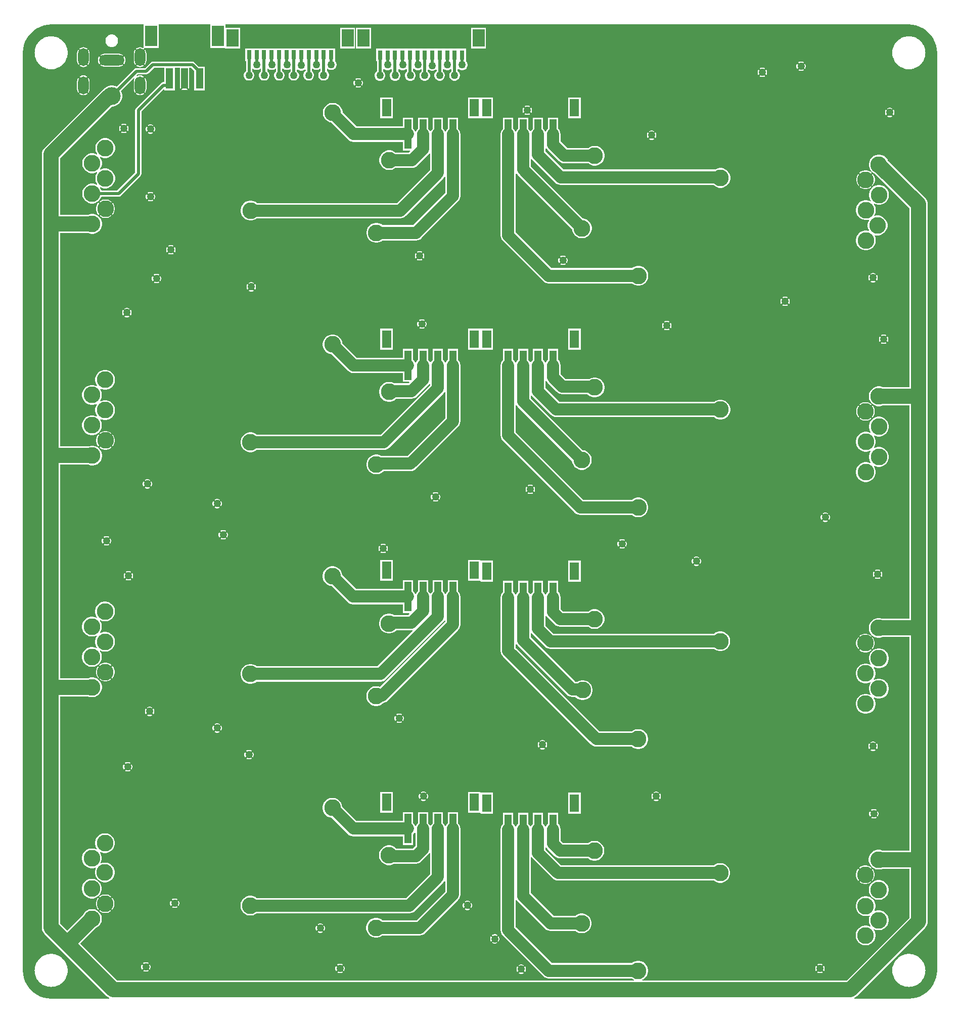
<source format=gtl>
G04*
G04 #@! TF.GenerationSoftware,Altium Limited,Altium Designer,24.0.1 (36)*
G04*
G04 Layer_Physical_Order=1*
G04 Layer_Color=191*
%FSLAX44Y44*%
%MOMM*%
G71*
G04*
G04 #@! TF.SameCoordinates,133CE3EA-F9F0-4B72-99F4-21709E576B51*
G04*
G04*
G04 #@! TF.FilePolarity,Positive*
G04*
G01*
G75*
%ADD14C,0.5080*%
%ADD15R,1.6000X3.0000*%
%ADD16R,1.2000X5.0000*%
%ADD17R,2.0000X3.5000*%
%ADD18R,1.2000X3.5000*%
%ADD19R,0.8000X1.6000*%
%ADD20R,2.0000X3.0000*%
%ADD33C,2.5400*%
%ADD34C,2.0320*%
%ADD35O,1.8000X3.0000*%
%ADD36O,4.3000X1.8000*%
%ADD37C,3.0000*%
%ADD38C,2.8000*%
%ADD39C,1.2700*%
G36*
X1599004Y1634226D02*
X1605082Y1633018D01*
X1610949Y1631026D01*
X1616507Y1628285D01*
X1621659Y1624843D01*
X1626317Y1620757D01*
X1630403Y1616098D01*
X1633846Y1610946D01*
X1636586Y1605389D01*
X1638578Y1599521D01*
X1639787Y1593444D01*
X1640186Y1587357D01*
X1640167Y1587261D01*
X1640167Y50064D01*
X1640167Y50064D01*
X1640167D01*
X1640110Y48817D01*
X1639787Y43881D01*
X1638578Y37803D01*
X1636586Y31936D01*
X1633846Y26378D01*
X1630403Y21226D01*
X1626317Y16567D01*
X1621659Y12482D01*
X1616507Y9039D01*
X1610949Y6299D01*
X1605082Y4307D01*
X1599004Y3098D01*
X1592917Y2699D01*
X1592821Y2718D01*
X1501635D01*
X1501317Y3988D01*
X1503298Y5047D01*
X1505618Y6952D01*
X1619919Y121251D01*
X1621823Y123572D01*
X1623238Y126220D01*
X1624109Y129092D01*
X1624404Y132080D01*
Y234950D01*
X1624404Y234950D01*
X1624404Y234950D01*
Y624840D01*
Y1010920D01*
Y1333315D01*
X1624109Y1336303D01*
X1623238Y1339176D01*
X1621823Y1341823D01*
X1619919Y1344144D01*
X1557815Y1406247D01*
X1557225Y1407673D01*
X1555414Y1410382D01*
X1553111Y1412686D01*
X1550402Y1414496D01*
X1547392Y1415743D01*
X1544196Y1416378D01*
X1540938D01*
X1537742Y1415743D01*
X1534732Y1414496D01*
X1532023Y1412686D01*
X1529720Y1410382D01*
X1527910Y1407673D01*
X1526663Y1404663D01*
X1526027Y1401467D01*
Y1398209D01*
X1526663Y1395014D01*
X1527910Y1392004D01*
X1529720Y1389295D01*
X1532023Y1386991D01*
X1534732Y1385181D01*
X1536158Y1384590D01*
X1593776Y1326972D01*
Y1027069D01*
X1548661D01*
X1547236Y1027660D01*
X1544040Y1028296D01*
X1540782D01*
X1537586Y1027660D01*
X1534576Y1026413D01*
X1531867Y1024603D01*
X1529563Y1022299D01*
X1527753Y1019590D01*
X1526507Y1016580D01*
X1525871Y1013385D01*
Y1010126D01*
X1526507Y1006931D01*
X1527753Y1003921D01*
X1529563Y1001212D01*
X1531867Y998908D01*
X1534576Y997098D01*
X1537586Y995851D01*
X1540782Y995216D01*
X1544040D01*
X1547236Y995851D01*
X1548661Y996442D01*
X1593776D01*
Y638986D01*
X1548505D01*
X1547079Y639577D01*
X1543884Y640213D01*
X1540626D01*
X1537430Y639577D01*
X1534420Y638330D01*
X1531711Y636520D01*
X1529407Y634216D01*
X1527597Y631507D01*
X1526351Y628497D01*
X1525715Y625302D01*
Y622044D01*
X1526351Y618848D01*
X1527597Y615838D01*
X1529407Y613129D01*
X1531711Y610825D01*
X1534420Y609015D01*
X1537430Y607768D01*
X1540626Y607133D01*
X1543884D01*
X1547079Y607768D01*
X1548505Y608359D01*
X1593776D01*
Y250903D01*
X1548349D01*
X1546923Y251494D01*
X1543728Y252130D01*
X1540470D01*
X1537274Y251494D01*
X1534264Y250247D01*
X1531555Y248437D01*
X1529251Y246133D01*
X1527441Y243424D01*
X1526194Y240414D01*
X1525559Y237219D01*
Y233961D01*
X1526194Y230765D01*
X1527441Y227755D01*
X1529251Y225046D01*
X1531555Y222742D01*
X1534264Y220932D01*
X1537274Y219685D01*
X1540470Y219050D01*
X1543728D01*
X1546923Y219685D01*
X1548349Y220276D01*
X1593776D01*
Y138423D01*
X1488447Y33094D01*
X1146477D01*
X1146224Y34364D01*
X1147224Y34778D01*
X1149933Y36588D01*
X1152237Y38892D01*
X1154047Y41601D01*
X1155294Y44611D01*
X1155930Y47807D01*
Y51065D01*
X1155294Y54260D01*
X1154047Y57270D01*
X1152237Y59979D01*
X1149933Y62283D01*
X1147224Y64093D01*
X1144214Y65340D01*
X1141019Y65976D01*
X1137761D01*
X1134565Y65340D01*
X1131555Y64093D01*
X1128846Y62283D01*
X1128808Y62245D01*
X994984D01*
X934610Y122620D01*
Y167766D01*
X935880Y167980D01*
X937742Y165552D01*
X983532Y119762D01*
X986185Y117727D01*
X989275Y116447D01*
X992590Y116011D01*
X1034202D01*
X1034239Y115973D01*
X1036948Y114163D01*
X1039958Y112916D01*
X1043154Y112280D01*
X1046412D01*
X1049608Y112916D01*
X1052618Y114163D01*
X1055327Y115973D01*
X1057630Y118277D01*
X1059441Y120985D01*
X1060687Y123996D01*
X1061323Y127191D01*
Y130449D01*
X1060687Y133645D01*
X1059441Y136655D01*
X1057630Y139364D01*
X1055327Y141668D01*
X1052618Y143478D01*
X1049608Y144725D01*
X1046412Y145360D01*
X1043154D01*
X1039958Y144725D01*
X1036948Y143478D01*
X1034239Y141668D01*
X1034202Y141630D01*
X997896D01*
X959610Y179916D01*
Y239952D01*
X960880Y240166D01*
X962742Y237739D01*
X996239Y204242D01*
X998892Y202206D01*
X1001982Y200926D01*
X1005297Y200490D01*
X1266306D01*
X1266344Y200452D01*
X1269053Y198642D01*
X1272063Y197395D01*
X1275258Y196759D01*
X1278517D01*
X1281712Y197395D01*
X1284722Y198642D01*
X1287431Y200452D01*
X1289735Y202756D01*
X1291545Y205465D01*
X1292792Y208475D01*
X1293427Y211670D01*
Y214928D01*
X1292792Y218124D01*
X1291545Y221134D01*
X1289735Y223843D01*
X1287431Y226147D01*
X1284722Y227957D01*
X1281712Y229204D01*
X1278517Y229839D01*
X1275258D01*
X1272063Y229204D01*
X1269053Y227957D01*
X1266344Y226147D01*
X1266306Y226109D01*
X1010603D01*
X984610Y252102D01*
Y255503D01*
X985880Y255717D01*
X987742Y253290D01*
X999645Y241386D01*
X1002298Y239351D01*
X1005388Y238071D01*
X1008703Y237635D01*
X1055647D01*
X1055685Y237597D01*
X1058394Y235786D01*
X1061404Y234540D01*
X1064600Y233904D01*
X1067858D01*
X1071053Y234540D01*
X1074063Y235786D01*
X1076772Y237597D01*
X1079076Y239900D01*
X1080886Y242610D01*
X1082133Y245620D01*
X1082768Y248815D01*
Y252073D01*
X1082133Y255269D01*
X1080886Y258279D01*
X1079076Y260988D01*
X1076772Y263291D01*
X1074063Y265102D01*
X1071053Y266348D01*
X1067858Y266984D01*
X1064600D01*
X1061404Y266348D01*
X1058394Y265102D01*
X1055685Y263291D01*
X1055647Y263254D01*
X1014009D01*
X1009610Y267653D01*
Y286210D01*
X1009173Y289525D01*
X1007893Y292615D01*
X1005858Y295268D01*
X1005340Y295665D01*
Y313750D01*
X988260D01*
Y295665D01*
X987742Y295268D01*
X985707Y292615D01*
X984987Y290878D01*
X983613D01*
X982893Y292615D01*
X980858Y295268D01*
X980340Y295665D01*
Y313750D01*
X963260D01*
Y295665D01*
X962742Y295268D01*
X960707Y292615D01*
X959987Y290878D01*
X958613D01*
X957893Y292615D01*
X955858Y295268D01*
X955340Y295665D01*
Y313750D01*
X938260D01*
Y295665D01*
X937742Y295268D01*
X935707Y292615D01*
X934987Y290878D01*
X933613D01*
X932893Y292615D01*
X930858Y295268D01*
X930340Y295665D01*
Y313750D01*
X913260D01*
Y295665D01*
X912742Y295268D01*
X910707Y292615D01*
X909427Y289525D01*
X908990Y286210D01*
Y117314D01*
X909427Y113999D01*
X910707Y110909D01*
X912742Y108256D01*
X980621Y40378D01*
X983273Y38342D01*
X986363Y37063D01*
X989678Y36626D01*
X1128808D01*
X1128846Y36588D01*
X1131555Y34778D01*
X1132555Y34364D01*
X1132303Y33094D01*
X266693D01*
X204947Y94840D01*
X231088Y120982D01*
X232514Y121573D01*
X235223Y123383D01*
X237527Y125686D01*
X239337Y128395D01*
X240584Y131405D01*
X241220Y134601D01*
Y137859D01*
X240584Y141055D01*
X239337Y144065D01*
X237527Y146774D01*
X235223Y149078D01*
X232514Y150888D01*
X229504Y152134D01*
X226309Y152770D01*
X223051D01*
X219855Y152134D01*
X216845Y150888D01*
X214136Y149078D01*
X211832Y146774D01*
X210022Y144065D01*
X209432Y142639D01*
X183290Y116497D01*
X171524Y128263D01*
Y508999D01*
X218585D01*
X220011Y508409D01*
X223207Y507773D01*
X226465D01*
X229660Y508409D01*
X232670Y509655D01*
X235380Y511465D01*
X237683Y513769D01*
X239493Y516478D01*
X240740Y519488D01*
X241376Y522684D01*
Y525942D01*
X240740Y529137D01*
X239493Y532148D01*
X237683Y534857D01*
X235380Y537160D01*
X232670Y538970D01*
X229660Y540217D01*
X226465Y540853D01*
X223207D01*
X220011Y540217D01*
X218585Y539627D01*
X171524D01*
Y897082D01*
X218741D01*
X220167Y896491D01*
X223363Y895856D01*
X226621D01*
X229816Y896491D01*
X232827Y897738D01*
X235536Y899548D01*
X237839Y901852D01*
X239650Y904561D01*
X240896Y907571D01*
X241532Y910767D01*
Y914025D01*
X240896Y917220D01*
X239650Y920230D01*
X237839Y922940D01*
X235536Y925243D01*
X232827Y927053D01*
X229816Y928300D01*
X226621Y928936D01*
X223363D01*
X220167Y928300D01*
X218741Y927710D01*
X171524D01*
Y1285165D01*
X218898D01*
X220324Y1284574D01*
X223519Y1283939D01*
X226777D01*
X229973Y1284574D01*
X232983Y1285821D01*
X235692Y1287631D01*
X237995Y1289935D01*
X239806Y1292644D01*
X241052Y1295654D01*
X241688Y1298850D01*
Y1302108D01*
X241052Y1305303D01*
X239806Y1308313D01*
X237995Y1311022D01*
X235692Y1313326D01*
X232983Y1315136D01*
X229973Y1316383D01*
X226777Y1317019D01*
X223519D01*
X220324Y1316383D01*
X218898Y1315793D01*
X171524D01*
Y1410723D01*
X258061Y1497260D01*
X259538D01*
X262926Y1497934D01*
X266118Y1499256D01*
X268991Y1501176D01*
X271434Y1503619D01*
X273354Y1506492D01*
X274676Y1509684D01*
X275350Y1513073D01*
Y1516528D01*
X274676Y1519916D01*
X273380Y1523045D01*
X295071Y1544736D01*
X296117Y1544107D01*
X295057Y1541547D01*
X294695Y1538800D01*
Y1526800D01*
X295057Y1524053D01*
X296117Y1521493D01*
X297024Y1520311D01*
X304412Y1527698D01*
X305310Y1526800D01*
X306208Y1527698D01*
X313596Y1520311D01*
X314503Y1521493D01*
X315563Y1524053D01*
X315925Y1526800D01*
Y1538800D01*
X315563Y1541547D01*
X314503Y1544107D01*
X313596Y1545289D01*
X306208Y1537902D01*
X304412Y1539698D01*
X311800Y1547086D01*
X310617Y1547993D01*
X308057Y1549053D01*
X305310Y1549415D01*
X302563Y1549053D01*
X300003Y1547993D01*
X299374Y1549039D01*
X301620Y1551286D01*
X315675D01*
X317657Y1551680D01*
X319338Y1552802D01*
X328535Y1562000D01*
X346190D01*
Y1537985D01*
X344086D01*
X344086Y1537985D01*
X342104Y1537591D01*
X340423Y1536468D01*
X298598Y1494642D01*
X297475Y1492962D01*
X297080Y1490980D01*
Y1386445D01*
X267093Y1356458D01*
X240651D01*
X239552Y1359113D01*
X238492Y1360700D01*
X239044Y1361916D01*
X239165Y1361978D01*
X242071Y1360775D01*
X245266Y1360139D01*
X248524D01*
X251720Y1360775D01*
X254730Y1362021D01*
X257439Y1363831D01*
X259743Y1366135D01*
X261553Y1368844D01*
X262800Y1371854D01*
X263435Y1375050D01*
Y1378308D01*
X262800Y1381503D01*
X261553Y1384514D01*
X259743Y1387222D01*
X257439Y1389526D01*
X254730Y1391336D01*
X251720Y1392583D01*
X248524Y1393219D01*
X245266D01*
X242071Y1392583D01*
X239165Y1391380D01*
X239044Y1391441D01*
X238492Y1392658D01*
X239552Y1394244D01*
X240798Y1397254D01*
X241434Y1400450D01*
Y1403708D01*
X240798Y1406904D01*
X239552Y1409914D01*
X238492Y1411500D01*
X239044Y1412716D01*
X239165Y1412778D01*
X242071Y1411575D01*
X245266Y1410939D01*
X248524D01*
X251720Y1411575D01*
X254730Y1412821D01*
X257439Y1414632D01*
X259743Y1416935D01*
X261553Y1419644D01*
X262800Y1422654D01*
X263435Y1425850D01*
Y1429108D01*
X262800Y1432303D01*
X261553Y1435314D01*
X259743Y1438023D01*
X257439Y1440326D01*
X254730Y1442137D01*
X251720Y1443383D01*
X248524Y1444019D01*
X245266D01*
X242071Y1443383D01*
X239061Y1442137D01*
X236352Y1440326D01*
X234048Y1438023D01*
X232238Y1435314D01*
X230991Y1432303D01*
X230355Y1429108D01*
Y1425850D01*
X230991Y1422654D01*
X232238Y1419644D01*
X233298Y1418058D01*
X232745Y1416841D01*
X232624Y1416780D01*
X229719Y1417983D01*
X226523Y1418619D01*
X223265D01*
X220070Y1417983D01*
X217059Y1416736D01*
X214350Y1414926D01*
X212047Y1412623D01*
X210236Y1409914D01*
X208990Y1406904D01*
X208354Y1403708D01*
Y1400450D01*
X208990Y1397254D01*
X210236Y1394244D01*
X212047Y1391535D01*
X214350Y1389232D01*
X217059Y1387421D01*
X220070Y1386174D01*
X223265Y1385539D01*
X226523D01*
X229719Y1386174D01*
X232624Y1387378D01*
X232745Y1387316D01*
X233298Y1386100D01*
X232238Y1384514D01*
X230991Y1381503D01*
X230355Y1378308D01*
Y1375050D01*
X230991Y1371854D01*
X232238Y1368844D01*
X233298Y1367258D01*
X232745Y1366041D01*
X232624Y1365980D01*
X229719Y1367183D01*
X226523Y1367819D01*
X223265D01*
X220070Y1367183D01*
X217059Y1365936D01*
X214350Y1364126D01*
X212047Y1361823D01*
X210236Y1359113D01*
X208990Y1356103D01*
X208354Y1352908D01*
Y1349650D01*
X208990Y1346454D01*
X210236Y1343444D01*
X212047Y1340735D01*
X214350Y1338431D01*
X217059Y1336621D01*
X220070Y1335374D01*
X223265Y1334739D01*
X226523D01*
X229719Y1335374D01*
X232729Y1336621D01*
X235438Y1338431D01*
X237742Y1340735D01*
X239552Y1343444D01*
X240651Y1346099D01*
X269239D01*
X271221Y1346494D01*
X272901Y1347616D01*
X305923Y1380638D01*
X307045Y1382318D01*
X307439Y1384300D01*
X307439Y1384300D01*
Y1488835D01*
X345017Y1526412D01*
X346190Y1525926D01*
Y1524000D01*
X363270D01*
Y1562000D01*
X372206D01*
Y1526812D01*
X378832Y1533438D01*
X379730Y1532540D01*
X380628Y1533438D01*
X387254Y1526812D01*
Y1562000D01*
X390945D01*
X396190Y1556755D01*
Y1524000D01*
X413270D01*
Y1564080D01*
X403515D01*
X396752Y1570842D01*
X395072Y1571965D01*
X393090Y1572359D01*
X326390D01*
X324408Y1571965D01*
X322728Y1570842D01*
X313530Y1561644D01*
X299475D01*
X297493Y1561250D01*
X295812Y1560128D01*
X266055Y1530370D01*
X262926Y1531666D01*
X259538Y1532340D01*
X256082D01*
X252694Y1531666D01*
X249502Y1530344D01*
X246629Y1528424D01*
X245204Y1526999D01*
X244556Y1526653D01*
X242235Y1524748D01*
X145381Y1427894D01*
X143477Y1425574D01*
X142062Y1422926D01*
X141191Y1420054D01*
X140896Y1417066D01*
Y1300480D01*
Y910590D01*
Y525780D01*
Y121920D01*
X141191Y118933D01*
X142062Y116060D01*
X143477Y113412D01*
X145381Y111092D01*
X172461Y84012D01*
X249522Y6952D01*
X251842Y5047D01*
X253824Y3988D01*
X253505Y2718D01*
X156336D01*
X156336Y2718D01*
Y2718D01*
X155090Y2774D01*
X150153Y3098D01*
X144076Y4307D01*
X138208Y6298D01*
X132651Y9039D01*
X127499Y12482D01*
X122840Y16567D01*
X118755Y21226D01*
X115312Y26378D01*
X112571Y31935D01*
X110580Y37803D01*
X109371Y43880D01*
X108972Y49967D01*
X108991Y50064D01*
X108991Y1587261D01*
X108972Y1587357D01*
X109371Y1593444D01*
X110580Y1599521D01*
X112571Y1605389D01*
X115312Y1610946D01*
X118754Y1616098D01*
X122840Y1620757D01*
X127499Y1624843D01*
X132651Y1628285D01*
X138208Y1631026D01*
X144076Y1633017D01*
X150153Y1634226D01*
X156240Y1634625D01*
X156336Y1634606D01*
X311420D01*
X311420Y1596097D01*
X311420Y1595978D01*
X311225Y1595738D01*
X311063Y1595646D01*
X310212Y1595161D01*
X308057Y1596053D01*
X305310Y1596415D01*
X302563Y1596053D01*
X300003Y1594993D01*
X298820Y1594086D01*
X305310Y1587596D01*
X311913Y1594199D01*
X312290Y1595310D01*
X312445Y1595310D01*
X336500D01*
Y1634606D01*
X422960D01*
Y1595310D01*
X447632D01*
Y1594256D01*
X472712D01*
Y1629336D01*
X448040D01*
Y1634606D01*
X1592821Y1634606D01*
X1592917Y1634625D01*
X1599004Y1634226D01*
D02*
G37*
%LPC*%
G36*
X259198Y1617840D02*
X256422D01*
X253742Y1617122D01*
X251338Y1615734D01*
X249376Y1613772D01*
X247988Y1611368D01*
X247270Y1608688D01*
Y1605912D01*
X247988Y1603232D01*
X249376Y1600828D01*
X251338Y1598866D01*
X253742Y1597478D01*
X256422Y1596760D01*
X259198D01*
X261878Y1597478D01*
X264282Y1598866D01*
X266244Y1600828D01*
X267632Y1603232D01*
X268350Y1605912D01*
Y1608688D01*
X267632Y1611368D01*
X266244Y1613772D01*
X264282Y1615734D01*
X261878Y1617122D01*
X259198Y1617840D01*
D02*
G37*
G36*
X665352Y1629336D02*
X640272D01*
Y1594256D01*
X665352D01*
Y1629336D01*
D02*
G37*
G36*
X884630Y1629170D02*
X859550D01*
Y1594090D01*
X884630D01*
Y1629170D01*
D02*
G37*
G36*
X691990D02*
X666910D01*
Y1594090D01*
X691990D01*
Y1629170D01*
D02*
G37*
G36*
X210310Y1596415D02*
X207563Y1596053D01*
X205003Y1594993D01*
X203820Y1594086D01*
X210310Y1587596D01*
X216800Y1594086D01*
X215617Y1594993D01*
X213057Y1596053D01*
X210310Y1596415D01*
D02*
G37*
G36*
X278596Y1581290D02*
X272106Y1574800D01*
X278596Y1568311D01*
X279503Y1569493D01*
X280563Y1572053D01*
X280925Y1574800D01*
X280563Y1577547D01*
X279503Y1580107D01*
X278596Y1581290D01*
D02*
G37*
G36*
X237024D02*
X236117Y1580107D01*
X235057Y1577547D01*
X234695Y1574800D01*
X235057Y1572053D01*
X236117Y1569493D01*
X237024Y1568311D01*
X243514Y1574800D01*
X237024Y1581290D01*
D02*
G37*
G36*
X297024Y1592290D02*
X296117Y1591107D01*
X295057Y1588547D01*
X294695Y1585800D01*
Y1573800D01*
X295057Y1571053D01*
X296117Y1568493D01*
X297024Y1567310D01*
X304412Y1574698D01*
X305310Y1573800D01*
X306208Y1574698D01*
X313596Y1567310D01*
X314503Y1568493D01*
X315563Y1571053D01*
X315925Y1573800D01*
Y1585800D01*
X315563Y1588547D01*
X314503Y1591107D01*
X313596Y1592290D01*
X306208Y1584902D01*
X305310Y1585800D01*
X304412Y1584902D01*
X297024Y1592290D01*
D02*
G37*
G36*
X202024D02*
X201117Y1591107D01*
X200057Y1588547D01*
X199695Y1585800D01*
Y1573800D01*
X200057Y1571053D01*
X201117Y1568493D01*
X202024Y1567310D01*
X209412Y1574698D01*
X210310Y1573800D01*
X211208Y1574698D01*
X218596Y1567310D01*
X219503Y1568493D01*
X220563Y1571053D01*
X220925Y1573800D01*
Y1585800D01*
X220563Y1588547D01*
X219503Y1591107D01*
X218596Y1592290D01*
X211208Y1584902D01*
X210310Y1585800D01*
X209412Y1584902D01*
X202024Y1592290D01*
D02*
G37*
G36*
X1413277Y1572514D02*
X1411203D01*
X1409201Y1571977D01*
X1407614Y1571062D01*
X1412240Y1566436D01*
X1416866Y1571062D01*
X1415279Y1571977D01*
X1413277Y1572514D01*
D02*
G37*
G36*
X270310Y1585415D02*
X245310D01*
X242563Y1585053D01*
X240003Y1583993D01*
X238820Y1583086D01*
X246208Y1575698D01*
X245310Y1574800D01*
X246208Y1573902D01*
X238820Y1566514D01*
X240003Y1565607D01*
X242563Y1564547D01*
X245310Y1564185D01*
X270310D01*
X273057Y1564547D01*
X275617Y1565607D01*
X276800Y1566514D01*
X269412Y1573902D01*
X270310Y1574800D01*
X269412Y1575698D01*
X276800Y1583086D01*
X275617Y1583993D01*
X273057Y1585053D01*
X270310Y1585415D01*
D02*
G37*
G36*
X305310Y1572004D02*
X298820Y1565514D01*
X300003Y1564607D01*
X302563Y1563547D01*
X305310Y1563185D01*
X308057Y1563547D01*
X310617Y1564607D01*
X311800Y1565514D01*
X305310Y1572004D01*
D02*
G37*
G36*
X210310D02*
X203820Y1565514D01*
X205003Y1564607D01*
X207563Y1563547D01*
X210310Y1563185D01*
X213057Y1563547D01*
X215617Y1564607D01*
X216800Y1565514D01*
X210310Y1572004D01*
D02*
G37*
G36*
X1418662Y1569265D02*
X1414036Y1564640D01*
X1418662Y1560014D01*
X1419577Y1561601D01*
X1420114Y1563603D01*
Y1565677D01*
X1419577Y1567679D01*
X1418662Y1569265D01*
D02*
G37*
G36*
X1405818Y1569265D02*
X1404903Y1567679D01*
X1404366Y1565677D01*
Y1563603D01*
X1404903Y1561601D01*
X1405818Y1560014D01*
X1410444Y1564640D01*
X1405818Y1569265D01*
D02*
G37*
G36*
X1592821Y1614950D02*
X1591562Y1614850D01*
X1590359D01*
X1590109Y1614801D01*
X1589854D01*
X1589149Y1614661D01*
X1588490Y1614609D01*
X1586564Y1614146D01*
X1585024Y1613840D01*
X1584788Y1613742D01*
X1584538Y1613693D01*
X1584350Y1613615D01*
X1584265Y1613594D01*
X1580251Y1611932D01*
X1580176Y1611886D01*
X1579988Y1611808D01*
X1579776Y1611666D01*
X1579540Y1611569D01*
X1578234Y1610696D01*
X1576546Y1609662D01*
X1576043Y1609232D01*
X1575446Y1608833D01*
X1575265Y1608652D01*
X1575053Y1608511D01*
X1574202Y1607660D01*
X1573242Y1606840D01*
X1572422Y1605879D01*
X1571571Y1605029D01*
X1571429Y1604816D01*
X1571249Y1604636D01*
X1570850Y1604039D01*
X1570420Y1603536D01*
X1569386Y1601848D01*
X1568513Y1600542D01*
X1568415Y1600306D01*
X1568274Y1600094D01*
X1568196Y1599906D01*
X1568150Y1599831D01*
X1566487Y1595817D01*
X1566467Y1595732D01*
X1566389Y1595544D01*
X1566339Y1595294D01*
X1566242Y1595058D01*
X1565935Y1593517D01*
X1565473Y1591592D01*
X1565421Y1590933D01*
X1565281Y1590228D01*
Y1589973D01*
X1565231Y1589723D01*
Y1588520D01*
X1565132Y1587261D01*
X1565231Y1586002D01*
Y1584798D01*
X1565281Y1584548D01*
Y1584293D01*
X1565421Y1583589D01*
X1565473Y1582929D01*
X1565935Y1581004D01*
X1566242Y1579463D01*
X1566339Y1579228D01*
X1566389Y1578978D01*
X1566467Y1578790D01*
X1566487Y1578704D01*
X1568150Y1574690D01*
X1568196Y1574616D01*
X1568274Y1574428D01*
X1568415Y1574216D01*
X1568513Y1573980D01*
X1569386Y1572674D01*
X1570420Y1570986D01*
X1570850Y1570483D01*
X1571249Y1569885D01*
X1571429Y1569705D01*
X1571571Y1569493D01*
X1572422Y1568642D01*
X1573242Y1567682D01*
X1574202Y1566862D01*
X1575053Y1566011D01*
X1575265Y1565869D01*
X1575446Y1565689D01*
X1576043Y1565289D01*
X1576546Y1564860D01*
X1578234Y1563826D01*
X1579540Y1562953D01*
X1579776Y1562855D01*
X1579988Y1562713D01*
X1580176Y1562636D01*
X1580251Y1562590D01*
X1584265Y1560927D01*
X1584350Y1560907D01*
X1584538Y1560829D01*
X1584788Y1560779D01*
X1585024Y1560681D01*
X1586564Y1560375D01*
X1588490Y1559913D01*
X1589149Y1559861D01*
X1589854Y1559721D01*
X1590109D01*
X1590359Y1559671D01*
X1591562D01*
X1592821Y1559572D01*
X1594080Y1559671D01*
X1595283D01*
X1595533Y1559721D01*
X1595789D01*
X1596493Y1559861D01*
X1597153Y1559913D01*
X1599078Y1560375D01*
X1600618Y1560681D01*
X1600854Y1560779D01*
X1601104Y1560829D01*
X1601292Y1560907D01*
X1601377Y1560927D01*
X1605392Y1562590D01*
X1605466Y1562636D01*
X1605654Y1562713D01*
X1605866Y1562855D01*
X1606102Y1562953D01*
X1607408Y1563826D01*
X1609096Y1564860D01*
X1609599Y1565289D01*
X1610196Y1565689D01*
X1610377Y1565869D01*
X1610589Y1566011D01*
X1611440Y1566862D01*
X1612400Y1567682D01*
X1613220Y1568642D01*
X1614071Y1569493D01*
X1614213Y1569705D01*
X1614393Y1569885D01*
X1614792Y1570483D01*
X1615222Y1570986D01*
X1616256Y1572674D01*
X1617129Y1573980D01*
X1617227Y1574216D01*
X1617368Y1574428D01*
X1617446Y1574615D01*
X1617492Y1574690D01*
X1619155Y1578704D01*
X1619175Y1578790D01*
X1619253Y1578978D01*
X1619303Y1579228D01*
X1619400Y1579463D01*
X1619707Y1581004D01*
X1620169Y1582929D01*
X1620221Y1583589D01*
X1620361Y1584293D01*
Y1584548D01*
X1620411Y1584798D01*
Y1586002D01*
X1620510Y1587261D01*
X1620411Y1588520D01*
Y1589723D01*
X1620361Y1589973D01*
Y1590228D01*
X1620221Y1590933D01*
X1620169Y1591592D01*
X1619707Y1593518D01*
X1619400Y1595058D01*
X1619303Y1595294D01*
X1619253Y1595544D01*
X1619175Y1595732D01*
X1619155Y1595817D01*
X1617492Y1599831D01*
X1617446Y1599906D01*
X1617368Y1600094D01*
X1617227Y1600306D01*
X1617129Y1600542D01*
X1616257Y1601847D01*
X1615222Y1603536D01*
X1614792Y1604039D01*
X1614393Y1604636D01*
X1614213Y1604816D01*
X1614071Y1605029D01*
X1613220Y1605879D01*
X1612400Y1606840D01*
X1611440Y1607660D01*
X1610589Y1608511D01*
X1610377Y1608652D01*
X1610196Y1608833D01*
X1609599Y1609232D01*
X1609096Y1609662D01*
X1607408Y1610696D01*
X1606102Y1611569D01*
X1605866Y1611666D01*
X1605654Y1611808D01*
X1605466Y1611886D01*
X1605392Y1611932D01*
X1601377Y1613594D01*
X1601292Y1613615D01*
X1601104Y1613693D01*
X1600854Y1613742D01*
X1600618Y1613840D01*
X1599078Y1614146D01*
X1597153Y1614609D01*
X1596493Y1614661D01*
X1595789Y1614801D01*
X1595533D01*
X1595283Y1614850D01*
X1594080D01*
X1592821Y1614950D01*
D02*
G37*
G36*
X156336Y1614949D02*
X155077Y1614850D01*
X153874D01*
X153624Y1614801D01*
X153369D01*
X152664Y1614660D01*
X152005Y1614609D01*
X150079Y1614146D01*
X148539Y1613840D01*
X148303Y1613742D01*
X148053Y1613692D01*
X147865Y1613615D01*
X147780Y1613594D01*
X143766Y1611932D01*
X143691Y1611886D01*
X143503Y1611808D01*
X143291Y1611666D01*
X143056Y1611569D01*
X141750Y1610696D01*
X140061Y1609661D01*
X139558Y1609232D01*
X138961Y1608833D01*
X138781Y1608652D01*
X138568Y1608511D01*
X137718Y1607660D01*
X136757Y1606840D01*
X135937Y1605879D01*
X135086Y1605029D01*
X134945Y1604816D01*
X134764Y1604636D01*
X134365Y1604039D01*
X133936Y1603536D01*
X132901Y1601848D01*
X132028Y1600541D01*
X131931Y1600306D01*
X131789Y1600094D01*
X131711Y1599906D01*
X131665Y1599831D01*
X130003Y1595817D01*
X129982Y1595732D01*
X129904Y1595544D01*
X129855Y1595294D01*
X129757Y1595058D01*
X129451Y1593517D01*
X128988Y1591592D01*
X128937Y1590933D01*
X128796Y1590228D01*
Y1589973D01*
X128747Y1589723D01*
Y1588520D01*
X128647Y1587261D01*
X128747Y1586002D01*
Y1584798D01*
X128796Y1584548D01*
Y1584293D01*
X128937Y1583589D01*
X128988Y1582929D01*
X129451Y1581004D01*
X129757Y1579463D01*
X129855Y1579228D01*
X129904Y1578977D01*
X129982Y1578790D01*
X130003Y1578704D01*
X131665Y1574690D01*
X131711Y1574615D01*
X131789Y1574428D01*
X131931Y1574216D01*
X132028Y1573980D01*
X132901Y1572673D01*
X133936Y1570986D01*
X134365Y1570483D01*
X134764Y1569885D01*
X134945Y1569705D01*
X135086Y1569493D01*
X135937Y1568642D01*
X136757Y1567682D01*
X137718Y1566862D01*
X138568Y1566011D01*
X138781Y1565869D01*
X138961Y1565689D01*
X139558Y1565289D01*
X140061Y1564860D01*
X141749Y1563826D01*
X143056Y1562953D01*
X143291Y1562855D01*
X143503Y1562713D01*
X143691Y1562635D01*
X143766Y1562590D01*
X147780Y1560927D01*
X147865Y1560907D01*
X148053Y1560829D01*
X148303Y1560779D01*
X148539Y1560681D01*
X150080Y1560375D01*
X152005Y1559913D01*
X152664Y1559861D01*
X153369Y1559721D01*
X153624D01*
X153874Y1559671D01*
X155077D01*
X156336Y1559572D01*
X157595Y1559671D01*
X158799D01*
X159049Y1559721D01*
X159304D01*
X160009Y1559861D01*
X160668Y1559913D01*
X162593Y1560375D01*
X164134Y1560681D01*
X164369Y1560779D01*
X164620Y1560829D01*
X164807Y1560907D01*
X164893Y1560927D01*
X168907Y1562590D01*
X168982Y1562635D01*
X169169Y1562713D01*
X169381Y1562855D01*
X169617Y1562953D01*
X170923Y1563825D01*
X172611Y1564860D01*
X173114Y1565289D01*
X173712Y1565689D01*
X173892Y1565869D01*
X174104Y1566011D01*
X174955Y1566862D01*
X175915Y1567682D01*
X176735Y1568642D01*
X177586Y1569493D01*
X177728Y1569705D01*
X177908Y1569885D01*
X178308Y1570483D01*
X178737Y1570986D01*
X179772Y1572674D01*
X180644Y1573980D01*
X180742Y1574216D01*
X180884Y1574428D01*
X180961Y1574615D01*
X181007Y1574690D01*
X182670Y1578704D01*
X182691Y1578790D01*
X182768Y1578977D01*
X182818Y1579227D01*
X182916Y1579463D01*
X183222Y1581004D01*
X183684Y1582929D01*
X183736Y1583589D01*
X183876Y1584293D01*
Y1584548D01*
X183926Y1584798D01*
Y1586002D01*
X184025Y1587261D01*
X183926Y1588520D01*
Y1589723D01*
X183876Y1589973D01*
Y1590228D01*
X183736Y1590933D01*
X183684Y1591592D01*
X183222Y1593518D01*
X182916Y1595058D01*
X182818Y1595294D01*
X182768Y1595544D01*
X182691Y1595732D01*
X182670Y1595817D01*
X181007Y1599831D01*
X180961Y1599906D01*
X180884Y1600094D01*
X180742Y1600306D01*
X180644Y1600541D01*
X179772Y1601847D01*
X178737Y1603536D01*
X178307Y1604039D01*
X177908Y1604636D01*
X177728Y1604816D01*
X177586Y1605029D01*
X176736Y1605879D01*
X175915Y1606840D01*
X174955Y1607660D01*
X174104Y1608511D01*
X173892Y1608652D01*
X173712Y1608833D01*
X173114Y1609232D01*
X172611Y1609661D01*
X170923Y1610696D01*
X169617Y1611569D01*
X169381Y1611666D01*
X169169Y1611808D01*
X168982Y1611886D01*
X168907Y1611932D01*
X164893Y1613594D01*
X164807Y1613615D01*
X164620Y1613692D01*
X164370Y1613742D01*
X164134Y1613840D01*
X162593Y1614146D01*
X160668Y1614609D01*
X160009Y1614660D01*
X159304Y1614801D01*
X159049D01*
X158799Y1614850D01*
X157595D01*
X156336Y1614949D01*
D02*
G37*
G36*
X631920Y1594230D02*
X481340D01*
Y1573150D01*
X482601D01*
Y1556733D01*
X482221Y1556514D01*
X480566Y1554859D01*
X479396Y1552831D01*
X478790Y1550570D01*
Y1548230D01*
X479396Y1545969D01*
X480566Y1543941D01*
X482221Y1542286D01*
X484249Y1541116D01*
X486510Y1540510D01*
X488850D01*
X491111Y1541116D01*
X493139Y1542286D01*
X494794Y1543941D01*
X495964Y1545969D01*
X496570Y1548230D01*
Y1550570D01*
X495964Y1552831D01*
X494794Y1554859D01*
X493139Y1556514D01*
X492960Y1556617D01*
Y1560232D01*
X494230Y1560758D01*
X494921Y1560066D01*
X496949Y1558896D01*
X499210Y1558290D01*
X501550D01*
X503811Y1558896D01*
X505839Y1560066D01*
X506530Y1560758D01*
X507800Y1560232D01*
Y1556617D01*
X507621Y1556514D01*
X505966Y1554859D01*
X504796Y1552831D01*
X504190Y1550570D01*
Y1548230D01*
X504796Y1545969D01*
X505966Y1543941D01*
X507621Y1542286D01*
X509649Y1541116D01*
X511910Y1540510D01*
X514250D01*
X516511Y1541116D01*
X518539Y1542286D01*
X520194Y1543941D01*
X521364Y1545969D01*
X521970Y1548230D01*
Y1550570D01*
X521364Y1552831D01*
X520194Y1554859D01*
X518539Y1556514D01*
X518159Y1556733D01*
Y1560432D01*
X519430Y1560958D01*
X520321Y1560066D01*
X522349Y1558896D01*
X524610Y1558290D01*
X526950D01*
X529211Y1558896D01*
X531239Y1560066D01*
X531730Y1560558D01*
X533000Y1560032D01*
Y1556493D01*
X531366Y1554859D01*
X530196Y1552831D01*
X529590Y1550570D01*
Y1548230D01*
X530196Y1545969D01*
X531366Y1543941D01*
X533021Y1542286D01*
X535049Y1541116D01*
X537310Y1540510D01*
X539650D01*
X541911Y1541116D01*
X543939Y1542286D01*
X545594Y1543941D01*
X546764Y1545969D01*
X547370Y1548230D01*
Y1550570D01*
X546764Y1552831D01*
X545594Y1554859D01*
X543939Y1556514D01*
X543359Y1556848D01*
Y1560632D01*
X544630Y1561158D01*
X545721Y1560066D01*
X547749Y1558896D01*
X550010Y1558290D01*
X552350D01*
X554611Y1558896D01*
X556296Y1559868D01*
X557565Y1559347D01*
Y1556753D01*
X557151Y1556514D01*
X555496Y1554859D01*
X554326Y1552831D01*
X553720Y1550570D01*
Y1548230D01*
X554326Y1545969D01*
X555496Y1543941D01*
X557151Y1542286D01*
X559179Y1541116D01*
X561440Y1540510D01*
X563780D01*
X566041Y1541116D01*
X568069Y1542286D01*
X569724Y1543941D01*
X570894Y1545969D01*
X571500Y1548230D01*
Y1550570D01*
X570894Y1552831D01*
X569724Y1554859D01*
X568069Y1556514D01*
X567924Y1556597D01*
Y1558927D01*
X569194Y1559453D01*
X569851Y1558796D01*
X571879Y1557626D01*
X574140Y1557020D01*
X576480D01*
X578741Y1557626D01*
X580769Y1558796D01*
X581431Y1559458D01*
X582701Y1558932D01*
Y1556888D01*
X582286Y1556649D01*
X580631Y1554994D01*
X579461Y1552966D01*
X578855Y1550705D01*
Y1548365D01*
X579461Y1546104D01*
X580631Y1544076D01*
X582286Y1542421D01*
X584314Y1541251D01*
X586575Y1540645D01*
X588915D01*
X591176Y1541251D01*
X593204Y1542421D01*
X594859Y1544076D01*
X596029Y1546104D01*
X596635Y1548365D01*
Y1550705D01*
X596029Y1552966D01*
X594859Y1554994D01*
X593204Y1556649D01*
X593060Y1556732D01*
Y1560132D01*
X594329Y1560658D01*
X594921Y1560066D01*
X596949Y1558896D01*
X599210Y1558290D01*
X601550D01*
X603811Y1558896D01*
X605839Y1560066D01*
X606431Y1560658D01*
X607701Y1560132D01*
Y1556888D01*
X607286Y1556649D01*
X605631Y1554994D01*
X604461Y1552966D01*
X603855Y1550705D01*
Y1548365D01*
X604461Y1546104D01*
X605631Y1544076D01*
X607286Y1542421D01*
X609314Y1541251D01*
X611575Y1540645D01*
X613915D01*
X616176Y1541251D01*
X618204Y1542421D01*
X619859Y1544076D01*
X621029Y1546104D01*
X621635Y1548365D01*
Y1550705D01*
X621029Y1552966D01*
X619859Y1554994D01*
X618204Y1556649D01*
X618060Y1556732D01*
Y1560132D01*
X619329Y1560658D01*
X619921Y1560066D01*
X621949Y1558896D01*
X624210Y1558290D01*
X626550D01*
X628811Y1558896D01*
X630839Y1560066D01*
X632494Y1561721D01*
X633664Y1563749D01*
X634270Y1566010D01*
Y1568350D01*
X633664Y1570611D01*
X632494Y1572639D01*
X631920Y1573212D01*
Y1594230D01*
D02*
G37*
G36*
X851198Y1594064D02*
X700618D01*
Y1572984D01*
X701879D01*
Y1556567D01*
X701499Y1556348D01*
X699844Y1554693D01*
X698674Y1552665D01*
X698068Y1550404D01*
Y1548064D01*
X698674Y1545803D01*
X699844Y1543775D01*
X701499Y1542120D01*
X703527Y1540950D01*
X705788Y1540344D01*
X708128D01*
X710389Y1540950D01*
X712417Y1542120D01*
X714072Y1543775D01*
X715242Y1545803D01*
X715848Y1548064D01*
Y1550404D01*
X715242Y1552665D01*
X714072Y1554693D01*
X712417Y1556348D01*
X712237Y1556451D01*
Y1560066D01*
X713508Y1560592D01*
X714199Y1559900D01*
X716227Y1558730D01*
X718488Y1558124D01*
X720828D01*
X723089Y1558730D01*
X725117Y1559900D01*
X725808Y1560592D01*
X727078Y1560066D01*
Y1556451D01*
X726899Y1556348D01*
X725244Y1554693D01*
X724074Y1552665D01*
X723468Y1550404D01*
Y1548064D01*
X724074Y1545803D01*
X725244Y1543775D01*
X726899Y1542120D01*
X728927Y1540950D01*
X731188Y1540344D01*
X733528D01*
X735789Y1540950D01*
X737817Y1542120D01*
X739472Y1543775D01*
X740642Y1545803D01*
X741248Y1548064D01*
Y1550404D01*
X740642Y1552665D01*
X739472Y1554693D01*
X737817Y1556348D01*
X737438Y1556567D01*
Y1560266D01*
X738708Y1560792D01*
X739599Y1559900D01*
X741627Y1558730D01*
X743888Y1558124D01*
X746228D01*
X748489Y1558730D01*
X750517Y1559900D01*
X751009Y1560392D01*
X752279Y1559866D01*
Y1556327D01*
X750644Y1554693D01*
X749474Y1552665D01*
X748868Y1550404D01*
Y1548064D01*
X749474Y1545803D01*
X750644Y1543775D01*
X752299Y1542120D01*
X754327Y1540950D01*
X756588Y1540344D01*
X758928D01*
X761189Y1540950D01*
X763217Y1542120D01*
X764872Y1543775D01*
X766042Y1545803D01*
X766648Y1548064D01*
Y1550404D01*
X766042Y1552665D01*
X764872Y1554693D01*
X763217Y1556348D01*
X762637Y1556682D01*
Y1560466D01*
X763907Y1560992D01*
X764999Y1559900D01*
X767027Y1558730D01*
X769288Y1558124D01*
X771628D01*
X773889Y1558730D01*
X775574Y1559702D01*
X776843Y1559181D01*
Y1556587D01*
X776429Y1556348D01*
X774774Y1554693D01*
X773604Y1552665D01*
X772998Y1550404D01*
Y1548064D01*
X773604Y1545803D01*
X774774Y1543775D01*
X776429Y1542120D01*
X778457Y1540950D01*
X780718Y1540344D01*
X783058D01*
X785319Y1540950D01*
X787347Y1542120D01*
X789002Y1543775D01*
X790172Y1545803D01*
X790778Y1548064D01*
Y1550404D01*
X790172Y1552665D01*
X789002Y1554693D01*
X787347Y1556348D01*
X787203Y1556431D01*
Y1558761D01*
X788473Y1559287D01*
X789129Y1558630D01*
X791157Y1557460D01*
X793418Y1556854D01*
X795758D01*
X798019Y1557460D01*
X800047Y1558630D01*
X800708Y1559292D01*
X801979Y1558766D01*
Y1556722D01*
X801564Y1556483D01*
X799909Y1554828D01*
X798739Y1552800D01*
X798133Y1550539D01*
Y1548199D01*
X798739Y1545938D01*
X799909Y1543910D01*
X801564Y1542255D01*
X803592Y1541085D01*
X805853Y1540479D01*
X808193D01*
X810454Y1541085D01*
X812482Y1542255D01*
X814137Y1543910D01*
X815307Y1545938D01*
X815913Y1548199D01*
Y1550539D01*
X815307Y1552800D01*
X814137Y1554828D01*
X812482Y1556483D01*
X812337Y1556566D01*
Y1559966D01*
X813607Y1560492D01*
X814199Y1559900D01*
X816227Y1558730D01*
X818488Y1558124D01*
X820828D01*
X823089Y1558730D01*
X825117Y1559900D01*
X825708Y1560492D01*
X826979Y1559966D01*
Y1556722D01*
X826564Y1556483D01*
X824909Y1554828D01*
X823739Y1552800D01*
X823133Y1550539D01*
Y1548199D01*
X823739Y1545938D01*
X824909Y1543910D01*
X826564Y1542255D01*
X828592Y1541085D01*
X830853Y1540479D01*
X833193D01*
X835454Y1541085D01*
X837482Y1542255D01*
X839137Y1543910D01*
X840307Y1545938D01*
X840913Y1548199D01*
Y1550539D01*
X840307Y1552800D01*
X839137Y1554828D01*
X837482Y1556483D01*
X837337Y1556566D01*
Y1559966D01*
X838607Y1560492D01*
X839199Y1559900D01*
X841227Y1558730D01*
X843488Y1558124D01*
X845828D01*
X848089Y1558730D01*
X850117Y1559900D01*
X851772Y1561555D01*
X852942Y1563583D01*
X853548Y1565844D01*
Y1568184D01*
X852942Y1570445D01*
X851772Y1572473D01*
X851198Y1573046D01*
Y1594064D01*
D02*
G37*
G36*
X1412240Y1562844D02*
X1407614Y1558218D01*
X1409201Y1557303D01*
X1411203Y1556766D01*
X1413277D01*
X1415279Y1557303D01*
X1416866Y1558218D01*
X1412240Y1562844D01*
D02*
G37*
G36*
X1348507Y1562354D02*
X1346433D01*
X1344431Y1561817D01*
X1342845Y1560902D01*
X1347470Y1556276D01*
X1352095Y1560902D01*
X1350509Y1561817D01*
X1348507Y1562354D01*
D02*
G37*
G36*
X1353892Y1559106D02*
X1349266Y1554480D01*
X1353892Y1549854D01*
X1354807Y1551441D01*
X1355344Y1553443D01*
Y1555517D01*
X1354807Y1557519D01*
X1353892Y1559106D01*
D02*
G37*
G36*
X1341048Y1559106D02*
X1340133Y1557519D01*
X1339596Y1555517D01*
Y1553443D01*
X1340133Y1551441D01*
X1341048Y1549854D01*
X1345674Y1554480D01*
X1341048Y1559106D01*
D02*
G37*
G36*
X1347470Y1552684D02*
X1342845Y1548058D01*
X1344431Y1547143D01*
X1346433Y1546606D01*
X1348507D01*
X1350509Y1547143D01*
X1352095Y1548058D01*
X1347470Y1552684D01*
D02*
G37*
G36*
X210310Y1549415D02*
X207563Y1549053D01*
X205003Y1547993D01*
X203820Y1547086D01*
X210310Y1540596D01*
X216800Y1547086D01*
X215617Y1547993D01*
X213057Y1549053D01*
X210310Y1549415D01*
D02*
G37*
G36*
X671597Y1544574D02*
X669523D01*
X667521Y1544037D01*
X665935Y1543122D01*
X670560Y1538496D01*
X675185Y1543122D01*
X673599Y1544037D01*
X671597Y1544574D01*
D02*
G37*
G36*
X676982Y1541326D02*
X672356Y1536700D01*
X676982Y1532074D01*
X677897Y1533661D01*
X678434Y1535663D01*
Y1537737D01*
X677897Y1539739D01*
X676982Y1541326D01*
D02*
G37*
G36*
X664138Y1541326D02*
X663223Y1539739D01*
X662686Y1537737D01*
Y1535663D01*
X663223Y1533661D01*
X664138Y1532074D01*
X668764Y1536700D01*
X664138Y1541326D01*
D02*
G37*
G36*
X670560Y1534904D02*
X665935Y1530278D01*
X667521Y1529363D01*
X669523Y1528826D01*
X671597D01*
X673599Y1529363D01*
X675185Y1530278D01*
X670560Y1534904D01*
D02*
G37*
G36*
X379730Y1530744D02*
X374002Y1525016D01*
X385458D01*
X379730Y1530744D01*
D02*
G37*
G36*
X202024Y1545290D02*
X201117Y1544107D01*
X200057Y1541547D01*
X199695Y1538800D01*
Y1526800D01*
X200057Y1524053D01*
X201117Y1521493D01*
X202024Y1520311D01*
X209412Y1527698D01*
X210310Y1526800D01*
X211208Y1527698D01*
X218596Y1520311D01*
X219503Y1521493D01*
X220563Y1524053D01*
X220925Y1526800D01*
Y1538800D01*
X220563Y1541547D01*
X219503Y1544107D01*
X218596Y1545289D01*
X211208Y1537902D01*
X210310Y1538800D01*
X209412Y1537902D01*
X202024Y1545290D01*
D02*
G37*
G36*
X305310Y1525004D02*
X298820Y1518514D01*
X300003Y1517607D01*
X302563Y1516547D01*
X305310Y1516185D01*
X308057Y1516547D01*
X310617Y1517607D01*
X311800Y1518514D01*
X305310Y1525004D01*
D02*
G37*
G36*
X210310D02*
X203820Y1518514D01*
X205003Y1517607D01*
X207563Y1516547D01*
X210310Y1516185D01*
X213057Y1516547D01*
X215617Y1517607D01*
X216800Y1518514D01*
X210310Y1525004D01*
D02*
G37*
G36*
X954807Y1498854D02*
X952733D01*
X950731Y1498317D01*
X949145Y1497402D01*
X953770Y1492776D01*
X958395Y1497402D01*
X956809Y1498317D01*
X954807Y1498854D01*
D02*
G37*
G36*
X1561867Y1495044D02*
X1559793D01*
X1557791Y1494507D01*
X1556205Y1493592D01*
X1560830Y1488966D01*
X1565455Y1493592D01*
X1563869Y1494507D01*
X1561867Y1495044D01*
D02*
G37*
G36*
X960192Y1495605D02*
X955566Y1490980D01*
X960192Y1486355D01*
X961107Y1487941D01*
X961644Y1489943D01*
Y1492017D01*
X961107Y1494019D01*
X960192Y1495605D01*
D02*
G37*
G36*
X947348Y1495605D02*
X946433Y1494019D01*
X945896Y1492017D01*
Y1489943D01*
X946433Y1487941D01*
X947348Y1486355D01*
X951974Y1490980D01*
X947348Y1495605D01*
D02*
G37*
G36*
X953770Y1489184D02*
X949145Y1484558D01*
X950731Y1483643D01*
X952733Y1483106D01*
X954807D01*
X956809Y1483643D01*
X958395Y1484558D01*
X953770Y1489184D01*
D02*
G37*
G36*
X1567252Y1491796D02*
X1562626Y1487170D01*
X1567252Y1482545D01*
X1568167Y1484131D01*
X1568704Y1486133D01*
Y1488207D01*
X1568167Y1490209D01*
X1567252Y1491796D01*
D02*
G37*
G36*
X1554408Y1491796D02*
X1553493Y1490209D01*
X1552956Y1488207D01*
Y1486133D01*
X1553493Y1484131D01*
X1554408Y1482545D01*
X1559034Y1487170D01*
X1554408Y1491796D01*
D02*
G37*
G36*
X1560830Y1485374D02*
X1556205Y1480748D01*
X1557791Y1479833D01*
X1559793Y1479296D01*
X1561867D01*
X1563869Y1479833D01*
X1565455Y1480748D01*
X1560830Y1485374D01*
D02*
G37*
G36*
X1043100Y1512330D02*
X1022020D01*
Y1477250D01*
X1043100D01*
Y1512330D01*
D02*
G37*
G36*
X728878D02*
X707798D01*
Y1477250D01*
X728878D01*
Y1512330D01*
D02*
G37*
G36*
X875500Y1512330D02*
X874230Y1512330D01*
X854318D01*
Y1477250D01*
X874230D01*
X875398Y1477250D01*
X876668Y1477250D01*
X896580D01*
Y1512330D01*
X876668D01*
X875500Y1512330D01*
D02*
G37*
G36*
X279167Y1468374D02*
X277093D01*
X275091Y1467837D01*
X273505Y1466922D01*
X278130Y1462296D01*
X282756Y1466922D01*
X281169Y1467837D01*
X279167Y1468374D01*
D02*
G37*
G36*
X323617Y1467104D02*
X321543D01*
X319541Y1466567D01*
X317955Y1465652D01*
X322580Y1461026D01*
X327206Y1465652D01*
X325619Y1466567D01*
X323617Y1467104D01*
D02*
G37*
G36*
X284552Y1465125D02*
X279926Y1460500D01*
X284552Y1455874D01*
X285467Y1457461D01*
X286004Y1459463D01*
Y1461537D01*
X285467Y1463539D01*
X284552Y1465125D01*
D02*
G37*
G36*
X271708Y1465125D02*
X270793Y1463539D01*
X270256Y1461537D01*
Y1459463D01*
X270793Y1457461D01*
X271708Y1455874D01*
X276334Y1460500D01*
X271708Y1465125D01*
D02*
G37*
G36*
X1005340Y1478340D02*
X988260D01*
Y1460255D01*
X987742Y1459858D01*
X985707Y1457205D01*
X984987Y1455468D01*
X983613D01*
X982893Y1457205D01*
X980858Y1459858D01*
X980340Y1460255D01*
Y1478340D01*
X963260D01*
Y1460255D01*
X962742Y1459858D01*
X960707Y1457205D01*
X959987Y1455468D01*
X958613D01*
X957893Y1457205D01*
X955858Y1459858D01*
X955340Y1460255D01*
Y1478340D01*
X938260D01*
Y1460255D01*
X937742Y1459858D01*
X935707Y1457205D01*
X934987Y1455468D01*
X933613D01*
X932893Y1457205D01*
X930858Y1459858D01*
X930340Y1460255D01*
Y1478340D01*
X913260D01*
Y1460255D01*
X912742Y1459858D01*
X910707Y1457205D01*
X909427Y1454115D01*
X908990Y1450800D01*
Y1281396D01*
X909427Y1278081D01*
X910707Y1274991D01*
X912742Y1272338D01*
X980454Y1204627D01*
X983107Y1202591D01*
X986196Y1201311D01*
X989512Y1200875D01*
X1129277D01*
X1129314Y1200837D01*
X1132023Y1199027D01*
X1135033Y1197780D01*
X1138229Y1197144D01*
X1141487D01*
X1144682Y1197780D01*
X1147693Y1199027D01*
X1150402Y1200837D01*
X1152705Y1203141D01*
X1154516Y1205850D01*
X1155762Y1208860D01*
X1156398Y1212055D01*
Y1215313D01*
X1155762Y1218509D01*
X1154516Y1221519D01*
X1152705Y1224228D01*
X1150402Y1226532D01*
X1147693Y1228342D01*
X1144682Y1229589D01*
X1141487Y1230224D01*
X1138229D01*
X1135033Y1229589D01*
X1132023Y1228342D01*
X1129314Y1226532D01*
X1129277Y1226494D01*
X994818D01*
X934610Y1286702D01*
Y1384676D01*
X935880Y1384890D01*
X937742Y1382462D01*
X1028711Y1291493D01*
Y1291440D01*
X1029347Y1288244D01*
X1030594Y1285234D01*
X1032404Y1282525D01*
X1034708Y1280221D01*
X1037417Y1278411D01*
X1040427Y1277164D01*
X1043622Y1276529D01*
X1046880D01*
X1050076Y1277164D01*
X1053086Y1278411D01*
X1055795Y1280221D01*
X1058099Y1282525D01*
X1059909Y1285234D01*
X1061156Y1288244D01*
X1061791Y1291440D01*
Y1294698D01*
X1061156Y1297893D01*
X1059909Y1300903D01*
X1058099Y1303612D01*
X1055795Y1305916D01*
X1053086Y1307726D01*
X1050076Y1308973D01*
X1046880Y1309609D01*
X1046827D01*
X959610Y1396826D01*
Y1409466D01*
X960880Y1409680D01*
X962742Y1407252D01*
X1000307Y1369688D01*
X1002960Y1367652D01*
X1006049Y1366372D01*
X1009365Y1365936D01*
X1265577D01*
X1266812Y1364700D01*
X1269521Y1362890D01*
X1272531Y1361644D01*
X1275727Y1361008D01*
X1278985D01*
X1282180Y1361644D01*
X1285190Y1362890D01*
X1287899Y1364700D01*
X1290203Y1367004D01*
X1292013Y1369713D01*
X1293260Y1372723D01*
X1293896Y1375919D01*
Y1379177D01*
X1293260Y1382372D01*
X1292013Y1385383D01*
X1290203Y1388092D01*
X1287899Y1390395D01*
X1285190Y1392206D01*
X1282180Y1393452D01*
X1278985Y1394088D01*
X1275727D01*
X1272531Y1393452D01*
X1269521Y1392206D01*
X1268548Y1391555D01*
X1014670D01*
X984610Y1421616D01*
Y1426882D01*
X985880Y1427096D01*
X987742Y1424668D01*
X988260Y1424151D01*
Y1423260D01*
X989150D01*
X1006765Y1405645D01*
X1009418Y1403610D01*
X1012508Y1402330D01*
X1015823Y1401893D01*
X1056105D01*
X1056153Y1401845D01*
X1058862Y1400035D01*
X1061872Y1398788D01*
X1065068Y1398153D01*
X1068326D01*
X1071521Y1398788D01*
X1074531Y1400035D01*
X1077241Y1401845D01*
X1079544Y1404149D01*
X1081354Y1406858D01*
X1082601Y1409868D01*
X1083237Y1413064D01*
Y1416322D01*
X1082601Y1419517D01*
X1081354Y1422527D01*
X1079544Y1425236D01*
X1077241Y1427540D01*
X1074531Y1429350D01*
X1071521Y1430597D01*
X1068326Y1431233D01*
X1065068D01*
X1061872Y1430597D01*
X1058862Y1429350D01*
X1056153Y1427540D01*
X1056126Y1427513D01*
X1021129D01*
X1009610Y1439032D01*
Y1450800D01*
X1009173Y1454115D01*
X1007893Y1457205D01*
X1005858Y1459858D01*
X1005340Y1460255D01*
Y1478340D01*
D02*
G37*
G36*
X329002Y1463855D02*
X324376Y1459230D01*
X329002Y1454604D01*
X329917Y1456191D01*
X330454Y1458193D01*
Y1460267D01*
X329917Y1462269D01*
X329002Y1463855D01*
D02*
G37*
G36*
X316158Y1463855D02*
X315243Y1462269D01*
X314706Y1460267D01*
Y1458193D01*
X315243Y1456191D01*
X316158Y1454604D01*
X320784Y1459230D01*
X316158Y1463855D01*
D02*
G37*
G36*
X278130Y1458704D02*
X273505Y1454078D01*
X275091Y1453163D01*
X277093Y1452626D01*
X279167D01*
X281169Y1453163D01*
X282756Y1454078D01*
X278130Y1458704D01*
D02*
G37*
G36*
X322580Y1457434D02*
X317955Y1452808D01*
X319541Y1451893D01*
X321543Y1451356D01*
X323617D01*
X325619Y1451893D01*
X327206Y1452808D01*
X322580Y1457434D01*
D02*
G37*
G36*
X1163087Y1456944D02*
X1161013D01*
X1159011Y1456407D01*
X1157424Y1455492D01*
X1162050Y1450866D01*
X1166675Y1455492D01*
X1165089Y1456407D01*
X1163087Y1456944D01*
D02*
G37*
G36*
X1168472Y1453696D02*
X1163846Y1449070D01*
X1168472Y1444444D01*
X1169387Y1446031D01*
X1169924Y1448033D01*
Y1450107D01*
X1169387Y1452109D01*
X1168472Y1453696D01*
D02*
G37*
G36*
X1155628Y1453696D02*
X1154713Y1452109D01*
X1154176Y1450107D01*
Y1448033D01*
X1154713Y1446031D01*
X1155628Y1444444D01*
X1160254Y1449070D01*
X1155628Y1453696D01*
D02*
G37*
G36*
X1162050Y1447274D02*
X1157424Y1442648D01*
X1159011Y1441733D01*
X1161013Y1441196D01*
X1163087D01*
X1165089Y1441733D01*
X1166675Y1442648D01*
X1162050Y1447274D01*
D02*
G37*
G36*
X629486Y1503173D02*
X626228D01*
X623033Y1502537D01*
X620023Y1501290D01*
X617313Y1499480D01*
X615010Y1497177D01*
X613200Y1494467D01*
X611953Y1491457D01*
X611317Y1488262D01*
Y1485004D01*
X611953Y1481808D01*
X613200Y1478798D01*
X615010Y1476089D01*
X617313Y1473785D01*
X620023Y1471975D01*
X623033Y1470728D01*
X625102Y1470317D01*
X653676Y1441742D01*
X656329Y1439707D01*
X659419Y1438427D01*
X662734Y1437990D01*
X745558D01*
Y1423260D01*
X757055D01*
X757541Y1422087D01*
X755512Y1420058D01*
X733045D01*
X733008Y1420096D01*
X730298Y1421906D01*
X727289Y1423153D01*
X724093Y1423788D01*
X720835D01*
X717639Y1423153D01*
X714629Y1421906D01*
X711920Y1420096D01*
X709616Y1417792D01*
X707806Y1415083D01*
X706560Y1412073D01*
X705924Y1408878D01*
Y1405619D01*
X706560Y1402424D01*
X707806Y1399414D01*
X709616Y1396705D01*
X711920Y1394401D01*
X714629Y1392591D01*
X717639Y1391344D01*
X720835Y1390708D01*
X724093D01*
X727289Y1391344D01*
X730298Y1392591D01*
X733008Y1394401D01*
X733045Y1394439D01*
X760818D01*
X764134Y1394875D01*
X767223Y1396155D01*
X769876Y1398191D01*
X788156Y1416470D01*
X790018Y1418898D01*
X791288Y1418684D01*
Y1391064D01*
X735803Y1335579D01*
X500941D01*
X500903Y1335617D01*
X498194Y1337427D01*
X495184Y1338674D01*
X491988Y1339309D01*
X488730D01*
X485535Y1338674D01*
X482525Y1337427D01*
X479816Y1335617D01*
X477512Y1333313D01*
X475702Y1330604D01*
X474455Y1327594D01*
X473819Y1324398D01*
Y1321140D01*
X474455Y1317945D01*
X475702Y1314935D01*
X477512Y1312226D01*
X479816Y1309922D01*
X482525Y1308112D01*
X485535Y1306865D01*
X488730Y1306229D01*
X491988D01*
X495184Y1306865D01*
X498194Y1308112D01*
X500903Y1309922D01*
X500941Y1309960D01*
X741109D01*
X744425Y1310396D01*
X747514Y1311676D01*
X750167Y1313712D01*
X813156Y1376700D01*
X815018Y1379128D01*
X816288Y1378914D01*
Y1352564D01*
X762159Y1298434D01*
X711600D01*
X711562Y1298472D01*
X708853Y1300282D01*
X705843Y1301529D01*
X702647Y1302164D01*
X699389D01*
X696194Y1301529D01*
X693184Y1300282D01*
X690475Y1298472D01*
X688171Y1296168D01*
X686361Y1293459D01*
X685114Y1290449D01*
X684478Y1287254D01*
Y1283995D01*
X685114Y1280800D01*
X686361Y1277790D01*
X688171Y1275081D01*
X690475Y1272777D01*
X693184Y1270967D01*
X696194Y1269720D01*
X699389Y1269084D01*
X702647D01*
X705843Y1269720D01*
X708853Y1270967D01*
X711562Y1272777D01*
X711600Y1272815D01*
X767464D01*
X770780Y1273251D01*
X773869Y1274531D01*
X776522Y1276567D01*
X838156Y1338200D01*
X840191Y1340853D01*
X841471Y1343943D01*
X841908Y1347258D01*
Y1450800D01*
X841471Y1454115D01*
X840191Y1457205D01*
X838156Y1459858D01*
X837638Y1460255D01*
Y1478340D01*
X820558D01*
Y1460255D01*
X820040Y1459858D01*
X818005Y1457205D01*
X817285Y1455468D01*
X815911D01*
X815191Y1457205D01*
X813156Y1459858D01*
X812638Y1460255D01*
Y1478340D01*
X795558D01*
Y1460255D01*
X795040Y1459858D01*
X793005Y1457205D01*
X792285Y1455468D01*
X790911D01*
X790191Y1457205D01*
X788156Y1459858D01*
X787638Y1460255D01*
Y1478340D01*
X770558D01*
Y1460255D01*
X770040Y1459858D01*
X768005Y1457205D01*
X767285Y1455468D01*
X765911D01*
X765191Y1457205D01*
X763156Y1459858D01*
X762638Y1460255D01*
Y1478340D01*
X745558D01*
Y1463610D01*
X668040D01*
X644397Y1487252D01*
Y1488262D01*
X643762Y1491457D01*
X642515Y1494467D01*
X640705Y1497177D01*
X638401Y1499480D01*
X635692Y1501290D01*
X632682Y1502537D01*
X629486Y1503173D01*
D02*
G37*
G36*
X1521849Y1389962D02*
X1518791D01*
X1515792Y1389366D01*
X1512966Y1388196D01*
X1510424Y1386497D01*
X1510241Y1386313D01*
X1520320Y1376234D01*
X1530399Y1386314D01*
X1530216Y1386497D01*
X1527673Y1388196D01*
X1524848Y1389366D01*
X1521849Y1389962D01*
D02*
G37*
G36*
X1508445Y1384518D02*
X1508262Y1384334D01*
X1506563Y1381792D01*
X1505392Y1378967D01*
X1504796Y1375967D01*
Y1372909D01*
X1505392Y1369910D01*
X1506563Y1367085D01*
X1508262Y1364543D01*
X1508445Y1364359D01*
X1518524Y1374438D01*
X1508445Y1384518D01*
D02*
G37*
G36*
X1532195Y1384518D02*
X1522116Y1374438D01*
X1532195Y1364359D01*
X1532378Y1364543D01*
X1534077Y1367085D01*
X1535247Y1369910D01*
X1535844Y1372909D01*
Y1375967D01*
X1535247Y1378967D01*
X1534077Y1381792D01*
X1532378Y1384334D01*
X1532195Y1384518D01*
D02*
G37*
G36*
X1520320Y1372642D02*
X1510241Y1362563D01*
X1510424Y1362380D01*
X1512966Y1360681D01*
X1515792Y1359511D01*
X1518791Y1358914D01*
X1521849D01*
X1524848Y1359511D01*
X1527673Y1360681D01*
X1530216Y1362380D01*
X1530399Y1362563D01*
X1520320Y1372642D01*
D02*
G37*
G36*
X323617Y1354074D02*
X321543D01*
X319541Y1353537D01*
X317955Y1352622D01*
X322580Y1347996D01*
X327206Y1352622D01*
X325619Y1353537D01*
X323617Y1354074D01*
D02*
G37*
G36*
X329002Y1350826D02*
X324376Y1346200D01*
X329002Y1341575D01*
X329917Y1343161D01*
X330454Y1345163D01*
Y1347237D01*
X329917Y1349239D01*
X329002Y1350826D01*
D02*
G37*
G36*
X316158Y1350826D02*
X315243Y1349239D01*
X314706Y1347237D01*
Y1345163D01*
X315243Y1343161D01*
X316158Y1341575D01*
X320784Y1346200D01*
X316158Y1350826D01*
D02*
G37*
G36*
X1544450Y1365578D02*
X1541192D01*
X1537997Y1364943D01*
X1534986Y1363696D01*
X1532277Y1361886D01*
X1529974Y1359582D01*
X1528163Y1356873D01*
X1526917Y1353863D01*
X1526281Y1350667D01*
Y1347409D01*
X1526917Y1344214D01*
X1528163Y1341204D01*
X1529223Y1339618D01*
X1528671Y1338401D01*
X1528550Y1338339D01*
X1525645Y1339543D01*
X1522449Y1340178D01*
X1519191D01*
X1515995Y1339543D01*
X1512985Y1338296D01*
X1510276Y1336486D01*
X1507973Y1334182D01*
X1506162Y1331473D01*
X1504916Y1328463D01*
X1504280Y1325267D01*
Y1322009D01*
X1504916Y1318814D01*
X1506162Y1315804D01*
X1507973Y1313095D01*
X1510276Y1310791D01*
X1512985Y1308981D01*
X1515995Y1307734D01*
X1519191Y1307098D01*
X1522449D01*
X1525633Y1307731D01*
X1525663Y1307711D01*
X1526472Y1306702D01*
X1525852Y1305775D01*
X1524606Y1302765D01*
X1523970Y1299569D01*
Y1296311D01*
X1524606Y1293115D01*
X1525852Y1290105D01*
X1525962Y1289942D01*
X1525173Y1288836D01*
X1522449Y1289378D01*
X1519191D01*
X1515995Y1288743D01*
X1512985Y1287496D01*
X1510276Y1285686D01*
X1507973Y1283382D01*
X1506162Y1280673D01*
X1504916Y1277663D01*
X1504280Y1274467D01*
Y1271209D01*
X1504916Y1268014D01*
X1506162Y1265004D01*
X1507973Y1262295D01*
X1510276Y1259991D01*
X1512985Y1258181D01*
X1515995Y1256934D01*
X1519191Y1256298D01*
X1522449D01*
X1525645Y1256934D01*
X1528655Y1258181D01*
X1531364Y1259991D01*
X1533667Y1262295D01*
X1535477Y1265004D01*
X1536724Y1268014D01*
X1537360Y1271209D01*
Y1274467D01*
X1536724Y1277663D01*
X1535477Y1280673D01*
X1535368Y1280836D01*
X1536157Y1281942D01*
X1538881Y1281400D01*
X1542139D01*
X1545334Y1282036D01*
X1548345Y1283282D01*
X1551054Y1285093D01*
X1553357Y1287396D01*
X1555168Y1290105D01*
X1556414Y1293115D01*
X1557050Y1296311D01*
Y1299569D01*
X1556414Y1302765D01*
X1555168Y1305775D01*
X1553357Y1308484D01*
X1551054Y1310787D01*
X1548345Y1312598D01*
X1545334Y1313844D01*
X1542139Y1314480D01*
X1538881D01*
X1535697Y1313847D01*
X1535667Y1313868D01*
X1534858Y1314876D01*
X1535477Y1315804D01*
X1536724Y1318814D01*
X1537360Y1322009D01*
Y1325267D01*
X1536724Y1328463D01*
X1535477Y1331473D01*
X1534418Y1333058D01*
X1534970Y1334276D01*
X1535091Y1334338D01*
X1537997Y1333134D01*
X1541192Y1332498D01*
X1544450D01*
X1547646Y1333134D01*
X1550656Y1334381D01*
X1553365Y1336191D01*
X1555668Y1338495D01*
X1557479Y1341204D01*
X1558725Y1344214D01*
X1559361Y1347409D01*
Y1350667D01*
X1558725Y1353863D01*
X1557479Y1356873D01*
X1555668Y1359582D01*
X1553365Y1361886D01*
X1550656Y1363696D01*
X1547646Y1364943D01*
X1544450Y1365578D01*
D02*
G37*
G36*
X322580Y1344404D02*
X317955Y1339778D01*
X319541Y1338863D01*
X321543Y1338326D01*
X323617D01*
X325619Y1338863D01*
X327206Y1339778D01*
X322580Y1344404D01*
D02*
G37*
G36*
X248924Y1341403D02*
X245866D01*
X242867Y1340806D01*
X240042Y1339636D01*
X237499Y1337937D01*
X237316Y1337754D01*
X247395Y1327675D01*
X257474Y1337754D01*
X257291Y1337937D01*
X254749Y1339636D01*
X251923Y1340806D01*
X248924Y1341403D01*
D02*
G37*
G36*
X235520Y1335958D02*
X235337Y1335775D01*
X233638Y1333232D01*
X232468Y1330407D01*
X231871Y1327408D01*
Y1324350D01*
X232468Y1321351D01*
X233638Y1318525D01*
X235337Y1315983D01*
X235520Y1315800D01*
X245599Y1325879D01*
X235520Y1335958D01*
D02*
G37*
G36*
X259270D02*
X249191Y1325879D01*
X259270Y1315800D01*
X259454Y1315983D01*
X261152Y1318525D01*
X262323Y1321351D01*
X262919Y1324350D01*
Y1327408D01*
X262323Y1330407D01*
X261152Y1333232D01*
X259454Y1335775D01*
X259270Y1335958D01*
D02*
G37*
G36*
X247395Y1324083D02*
X237316Y1314004D01*
X237499Y1313820D01*
X240042Y1312122D01*
X242867Y1310951D01*
X245866Y1310355D01*
X248924D01*
X251923Y1310951D01*
X254749Y1312122D01*
X257291Y1313820D01*
X257474Y1314004D01*
X247395Y1324083D01*
D02*
G37*
G36*
X357907Y1265174D02*
X355833D01*
X353831Y1264637D01*
X352244Y1263722D01*
X356870Y1259096D01*
X361496Y1263722D01*
X359909Y1264637D01*
X357907Y1265174D01*
D02*
G37*
G36*
X363292Y1261926D02*
X358666Y1257300D01*
X363292Y1252674D01*
X364207Y1254261D01*
X364744Y1256263D01*
Y1258337D01*
X364207Y1260339D01*
X363292Y1261926D01*
D02*
G37*
G36*
X350448Y1261926D02*
X349533Y1260339D01*
X348996Y1258337D01*
Y1256263D01*
X349533Y1254261D01*
X350448Y1252674D01*
X355074Y1257300D01*
X350448Y1261926D01*
D02*
G37*
G36*
X356870Y1255504D02*
X352244Y1250878D01*
X353831Y1249963D01*
X355833Y1249426D01*
X357907D01*
X359909Y1249963D01*
X361496Y1250878D01*
X356870Y1255504D01*
D02*
G37*
G36*
X774467Y1255014D02*
X772393D01*
X770391Y1254477D01*
X768804Y1253562D01*
X773430Y1248936D01*
X778055Y1253562D01*
X776469Y1254477D01*
X774467Y1255014D01*
D02*
G37*
G36*
X779852Y1251766D02*
X775226Y1247140D01*
X779852Y1242514D01*
X780767Y1244101D01*
X781304Y1246103D01*
Y1248177D01*
X780767Y1250179D01*
X779852Y1251766D01*
D02*
G37*
G36*
X767008Y1251766D02*
X766093Y1250179D01*
X765556Y1248177D01*
Y1246103D01*
X766093Y1244101D01*
X767008Y1242514D01*
X771634Y1247140D01*
X767008Y1251766D01*
D02*
G37*
G36*
X1014497Y1247394D02*
X1012423D01*
X1010421Y1246857D01*
X1008835Y1245942D01*
X1013460Y1241316D01*
X1018085Y1245942D01*
X1016499Y1246857D01*
X1014497Y1247394D01*
D02*
G37*
G36*
X773430Y1245344D02*
X768804Y1240718D01*
X770391Y1239803D01*
X772393Y1239266D01*
X774467D01*
X776469Y1239803D01*
X778055Y1240718D01*
X773430Y1245344D01*
D02*
G37*
G36*
X1019882Y1244146D02*
X1015256Y1239520D01*
X1019882Y1234894D01*
X1020797Y1236481D01*
X1021334Y1238483D01*
Y1240557D01*
X1020797Y1242559D01*
X1019882Y1244146D01*
D02*
G37*
G36*
X1007038Y1244146D02*
X1006123Y1242559D01*
X1005586Y1240557D01*
Y1238483D01*
X1006123Y1236481D01*
X1007038Y1234894D01*
X1011664Y1239520D01*
X1007038Y1244146D01*
D02*
G37*
G36*
X1013460Y1237724D02*
X1008835Y1233098D01*
X1010421Y1232183D01*
X1012423Y1231646D01*
X1014497D01*
X1016499Y1232183D01*
X1018085Y1233098D01*
X1013460Y1237724D01*
D02*
G37*
G36*
X1533927Y1218184D02*
X1531853D01*
X1529851Y1217647D01*
X1528264Y1216732D01*
X1532890Y1212106D01*
X1537516Y1216732D01*
X1535929Y1217647D01*
X1533927Y1218184D01*
D02*
G37*
G36*
X333777Y1216914D02*
X331703D01*
X329701Y1216377D01*
X328115Y1215462D01*
X332740Y1210836D01*
X337365Y1215462D01*
X335779Y1216377D01*
X333777Y1216914D01*
D02*
G37*
G36*
X1539312Y1214936D02*
X1534686Y1210310D01*
X1539312Y1205685D01*
X1540227Y1207271D01*
X1540764Y1209273D01*
Y1211347D01*
X1540227Y1213349D01*
X1539312Y1214936D01*
D02*
G37*
G36*
X1526468Y1214936D02*
X1525553Y1213349D01*
X1525016Y1211347D01*
Y1209273D01*
X1525553Y1207271D01*
X1526468Y1205685D01*
X1531094Y1210310D01*
X1526468Y1214936D01*
D02*
G37*
G36*
X339162Y1213665D02*
X334536Y1209040D01*
X339162Y1204415D01*
X340077Y1206001D01*
X340614Y1208003D01*
Y1210077D01*
X340077Y1212079D01*
X339162Y1213665D01*
D02*
G37*
G36*
X326318Y1213665D02*
X325403Y1212079D01*
X324866Y1210077D01*
Y1208003D01*
X325403Y1206001D01*
X326318Y1204415D01*
X330944Y1209040D01*
X326318Y1213665D01*
D02*
G37*
G36*
X1532890Y1208514D02*
X1528264Y1203888D01*
X1529851Y1202973D01*
X1531853Y1202436D01*
X1533927D01*
X1535929Y1202973D01*
X1537516Y1203888D01*
X1532890Y1208514D01*
D02*
G37*
G36*
X332740Y1207244D02*
X328115Y1202618D01*
X329701Y1201703D01*
X331703Y1201166D01*
X333777D01*
X335779Y1201703D01*
X337365Y1202618D01*
X332740Y1207244D01*
D02*
G37*
G36*
X492527Y1202944D02*
X490453D01*
X488451Y1202407D01*
X486865Y1201492D01*
X491490Y1196866D01*
X496115Y1201492D01*
X494529Y1202407D01*
X492527Y1202944D01*
D02*
G37*
G36*
X497912Y1199696D02*
X493286Y1195070D01*
X497912Y1190444D01*
X498827Y1192031D01*
X499364Y1194033D01*
Y1196107D01*
X498827Y1198109D01*
X497912Y1199696D01*
D02*
G37*
G36*
X485068Y1199696D02*
X484153Y1198109D01*
X483616Y1196107D01*
Y1194033D01*
X484153Y1192031D01*
X485068Y1190444D01*
X489694Y1195070D01*
X485068Y1199696D01*
D02*
G37*
G36*
X491490Y1193274D02*
X486865Y1188648D01*
X488451Y1187733D01*
X490453Y1187196D01*
X492527D01*
X494529Y1187733D01*
X496115Y1188648D01*
X491490Y1193274D01*
D02*
G37*
G36*
X1386607Y1178814D02*
X1384533D01*
X1382531Y1178277D01*
X1380945Y1177362D01*
X1385570Y1172736D01*
X1390195Y1177362D01*
X1388609Y1178277D01*
X1386607Y1178814D01*
D02*
G37*
G36*
X1391992Y1175565D02*
X1387366Y1170940D01*
X1391992Y1166314D01*
X1392907Y1167901D01*
X1393444Y1169903D01*
Y1171977D01*
X1392907Y1173979D01*
X1391992Y1175565D01*
D02*
G37*
G36*
X1379148Y1175565D02*
X1378233Y1173979D01*
X1377696Y1171977D01*
Y1169903D01*
X1378233Y1167901D01*
X1379148Y1166314D01*
X1383774Y1170940D01*
X1379148Y1175565D01*
D02*
G37*
G36*
X1385570Y1169144D02*
X1380945Y1164518D01*
X1382531Y1163603D01*
X1384533Y1163066D01*
X1386607D01*
X1388609Y1163603D01*
X1390195Y1164518D01*
X1385570Y1169144D01*
D02*
G37*
G36*
X284247Y1159764D02*
X282173D01*
X280171Y1159227D01*
X278584Y1158312D01*
X283210Y1153686D01*
X287836Y1158312D01*
X286249Y1159227D01*
X284247Y1159764D01*
D02*
G37*
G36*
X289632Y1156516D02*
X285006Y1151890D01*
X289632Y1147264D01*
X290547Y1148851D01*
X291084Y1150853D01*
Y1152927D01*
X290547Y1154929D01*
X289632Y1156516D01*
D02*
G37*
G36*
X276788Y1156516D02*
X275873Y1154929D01*
X275336Y1152927D01*
Y1150853D01*
X275873Y1148851D01*
X276788Y1147264D01*
X281414Y1151890D01*
X276788Y1156516D01*
D02*
G37*
G36*
X283210Y1150094D02*
X278584Y1145468D01*
X280171Y1144553D01*
X282173Y1144016D01*
X284247D01*
X286249Y1144553D01*
X287836Y1145468D01*
X283210Y1150094D01*
D02*
G37*
G36*
X778277Y1140714D02*
X776203D01*
X774201Y1140177D01*
X772615Y1139262D01*
X777240Y1134636D01*
X781865Y1139262D01*
X780279Y1140177D01*
X778277Y1140714D01*
D02*
G37*
G36*
X1188487Y1138174D02*
X1186413D01*
X1184411Y1137637D01*
X1182824Y1136722D01*
X1187450Y1132096D01*
X1192076Y1136722D01*
X1190489Y1137637D01*
X1188487Y1138174D01*
D02*
G37*
G36*
X783662Y1137466D02*
X779036Y1132840D01*
X783662Y1128214D01*
X784577Y1129801D01*
X785114Y1131803D01*
Y1133877D01*
X784577Y1135879D01*
X783662Y1137466D01*
D02*
G37*
G36*
X770818Y1137466D02*
X769903Y1135879D01*
X769366Y1133877D01*
Y1131803D01*
X769903Y1129801D01*
X770818Y1128214D01*
X775444Y1132840D01*
X770818Y1137466D01*
D02*
G37*
G36*
X1193872Y1134926D02*
X1189246Y1130300D01*
X1193872Y1125675D01*
X1194787Y1127261D01*
X1195324Y1129263D01*
Y1131337D01*
X1194787Y1133339D01*
X1193872Y1134926D01*
D02*
G37*
G36*
X1181028Y1134926D02*
X1180113Y1133339D01*
X1179576Y1131337D01*
Y1129263D01*
X1180113Y1127261D01*
X1181028Y1125675D01*
X1185654Y1130300D01*
X1181028Y1134926D01*
D02*
G37*
G36*
X777240Y1131044D02*
X772615Y1126418D01*
X774201Y1125503D01*
X776203Y1124966D01*
X778277D01*
X780279Y1125503D01*
X781865Y1126418D01*
X777240Y1131044D01*
D02*
G37*
G36*
X1187450Y1128504D02*
X1182824Y1123878D01*
X1184411Y1122963D01*
X1186413Y1122426D01*
X1188487D01*
X1190489Y1122963D01*
X1192076Y1123878D01*
X1187450Y1128504D01*
D02*
G37*
G36*
X1551707Y1115314D02*
X1549633D01*
X1547631Y1114777D01*
X1546044Y1113862D01*
X1550670Y1109236D01*
X1555296Y1113862D01*
X1553709Y1114777D01*
X1551707Y1115314D01*
D02*
G37*
G36*
X1557092Y1112066D02*
X1552466Y1107440D01*
X1557092Y1102814D01*
X1558007Y1104401D01*
X1558544Y1106403D01*
Y1108477D01*
X1558007Y1110479D01*
X1557092Y1112066D01*
D02*
G37*
G36*
X1544248Y1112066D02*
X1543333Y1110479D01*
X1542796Y1108477D01*
Y1106403D01*
X1543333Y1104401D01*
X1544248Y1102814D01*
X1548874Y1107440D01*
X1544248Y1112066D01*
D02*
G37*
G36*
X1550670Y1105644D02*
X1546044Y1101018D01*
X1547631Y1100103D01*
X1549633Y1099566D01*
X1551707D01*
X1553709Y1100103D01*
X1555296Y1101018D01*
X1550670Y1105644D01*
D02*
G37*
G36*
X1043100Y1124980D02*
X1022020D01*
Y1089900D01*
X1043100D01*
Y1124980D01*
D02*
G37*
G36*
X728878D02*
X707798D01*
Y1089900D01*
X728878D01*
Y1124980D01*
D02*
G37*
G36*
X875500Y1124980D02*
X874230Y1124980D01*
X854318D01*
Y1089900D01*
X874230D01*
X875398Y1089900D01*
X876668Y1089900D01*
X896580D01*
Y1124980D01*
X876668D01*
X875500Y1124980D01*
D02*
G37*
G36*
X1005340Y1090990D02*
X988260D01*
Y1072905D01*
X987742Y1072508D01*
X985707Y1069855D01*
X984987Y1068118D01*
X983613D01*
X982893Y1069855D01*
X980858Y1072508D01*
X980340Y1072905D01*
Y1090990D01*
X963260D01*
Y1072905D01*
X962742Y1072508D01*
X960707Y1069855D01*
X959987Y1068118D01*
X958613D01*
X957893Y1069855D01*
X955858Y1072508D01*
X955340Y1072905D01*
Y1090990D01*
X938260D01*
Y1072905D01*
X937742Y1072508D01*
X935707Y1069855D01*
X934987Y1068118D01*
X933613D01*
X932893Y1069855D01*
X930858Y1072508D01*
X930340Y1072905D01*
Y1090990D01*
X913260D01*
Y1072905D01*
X912742Y1072508D01*
X910707Y1069855D01*
X909427Y1066765D01*
X908990Y1063450D01*
Y946370D01*
X909427Y943055D01*
X910707Y939965D01*
X912742Y937312D01*
X1033511Y816544D01*
X1036164Y814508D01*
X1039253Y813228D01*
X1042569Y812792D01*
X1129120D01*
X1129158Y812754D01*
X1131867Y810944D01*
X1134877Y809697D01*
X1138073Y809062D01*
X1141331D01*
X1144526Y809697D01*
X1147536Y810944D01*
X1150246Y812754D01*
X1152549Y815058D01*
X1154359Y817767D01*
X1155606Y820777D01*
X1156242Y823972D01*
Y827231D01*
X1155606Y830426D01*
X1154359Y833436D01*
X1152549Y836145D01*
X1150246Y838449D01*
X1147536Y840259D01*
X1144526Y841506D01*
X1141331Y842141D01*
X1138073D01*
X1134877Y841506D01*
X1131867Y840259D01*
X1129158Y838449D01*
X1129120Y838411D01*
X1047875D01*
X934610Y951676D01*
Y996437D01*
X935880Y996651D01*
X937742Y994223D01*
X1028555Y903410D01*
Y903357D01*
X1029191Y900161D01*
X1030438Y897151D01*
X1032248Y894442D01*
X1034552Y892138D01*
X1037261Y890328D01*
X1040271Y889081D01*
X1043466Y888446D01*
X1046724D01*
X1049920Y889081D01*
X1052930Y890328D01*
X1055639Y892138D01*
X1057943Y894442D01*
X1059753Y897151D01*
X1061000Y900161D01*
X1061635Y903357D01*
Y906615D01*
X1061000Y909810D01*
X1059753Y912821D01*
X1057943Y915529D01*
X1055639Y917833D01*
X1052930Y919643D01*
X1049920Y920890D01*
X1046724Y921526D01*
X1046671D01*
X959610Y1008587D01*
Y1013224D01*
X960880Y1013438D01*
X962742Y1011010D01*
X993345Y980407D01*
X995998Y978372D01*
X999088Y977092D01*
X1002403Y976656D01*
X1266618D01*
X1266656Y976618D01*
X1269365Y974808D01*
X1272375Y973561D01*
X1275571Y972925D01*
X1278829D01*
X1282024Y973561D01*
X1285034Y974808D01*
X1287743Y976618D01*
X1290047Y978921D01*
X1291857Y981630D01*
X1293104Y984641D01*
X1293740Y987836D01*
Y991094D01*
X1293104Y994290D01*
X1291857Y997300D01*
X1290047Y1000009D01*
X1287743Y1002312D01*
X1285034Y1004123D01*
X1282024Y1005369D01*
X1278829Y1006005D01*
X1275571D01*
X1272375Y1005369D01*
X1269365Y1004123D01*
X1266656Y1002312D01*
X1266618Y1002275D01*
X1007709D01*
X984610Y1025374D01*
Y1036738D01*
X985880Y1036952D01*
X987742Y1034524D01*
X1003245Y1019022D01*
X1005898Y1016986D01*
X1008987Y1015706D01*
X1012303Y1015270D01*
X1054490D01*
X1055997Y1013762D01*
X1058706Y1011952D01*
X1061716Y1010705D01*
X1064912Y1010070D01*
X1068170D01*
X1071365Y1010705D01*
X1074375Y1011952D01*
X1077084Y1013762D01*
X1079388Y1016066D01*
X1081198Y1018775D01*
X1082445Y1021785D01*
X1083081Y1024981D01*
Y1028239D01*
X1082445Y1031434D01*
X1081198Y1034445D01*
X1079388Y1037153D01*
X1077084Y1039457D01*
X1074375Y1041267D01*
X1071365Y1042514D01*
X1068170Y1043150D01*
X1064912D01*
X1061716Y1042514D01*
X1058706Y1041267D01*
X1058140Y1040889D01*
X1017608D01*
X1009610Y1048888D01*
Y1063450D01*
X1009173Y1066765D01*
X1007893Y1069855D01*
X1005858Y1072508D01*
X1005340Y1072905D01*
Y1090990D01*
D02*
G37*
G36*
X629330Y1115090D02*
X626072D01*
X622877Y1114454D01*
X619866Y1113207D01*
X617157Y1111397D01*
X614854Y1109094D01*
X613044Y1106385D01*
X611797Y1103374D01*
X611161Y1100179D01*
Y1096921D01*
X611797Y1093725D01*
X613044Y1090715D01*
X614854Y1088006D01*
X617157Y1085703D01*
X619866Y1083892D01*
X622877Y1082646D01*
X626072Y1082010D01*
X626126D01*
X653743Y1054392D01*
X656396Y1052357D01*
X659486Y1051077D01*
X662801Y1050640D01*
X745558D01*
Y1035910D01*
X755743D01*
X756230Y1034737D01*
X754938Y1033445D01*
X730709D01*
X730142Y1033823D01*
X727132Y1035070D01*
X723937Y1035705D01*
X720679D01*
X717483Y1035070D01*
X714473Y1033823D01*
X711764Y1032013D01*
X709460Y1029709D01*
X707650Y1027000D01*
X706403Y1023990D01*
X705768Y1020795D01*
Y1017536D01*
X706403Y1014341D01*
X707650Y1011331D01*
X709460Y1008622D01*
X711764Y1006318D01*
X714473Y1004508D01*
X717483Y1003261D01*
X720679Y1002626D01*
X723937D01*
X727132Y1003261D01*
X730142Y1004508D01*
X732851Y1006318D01*
X734359Y1007825D01*
X760243D01*
X763559Y1008262D01*
X766648Y1009542D01*
X769301Y1011577D01*
X788156Y1030432D01*
X790018Y1032859D01*
X791288Y1032645D01*
Y1030384D01*
X708400Y947496D01*
X500785D01*
X500747Y947534D01*
X498038Y949344D01*
X495028Y950591D01*
X491832Y951226D01*
X488574D01*
X485379Y950591D01*
X482369Y949344D01*
X479660Y947534D01*
X477356Y945230D01*
X475546Y942521D01*
X474299Y939511D01*
X473663Y936316D01*
Y933057D01*
X474299Y929862D01*
X475546Y926852D01*
X477356Y924143D01*
X479660Y921839D01*
X482369Y920029D01*
X485379Y918782D01*
X488574Y918146D01*
X491832D01*
X495028Y918782D01*
X498038Y920029D01*
X500747Y921839D01*
X500785Y921877D01*
X713706D01*
X717022Y922313D01*
X720111Y923593D01*
X722764Y925629D01*
X813156Y1016020D01*
X815018Y1018448D01*
X816288Y1018234D01*
Y975120D01*
X752989Y911821D01*
X709263D01*
X708697Y912199D01*
X705687Y913446D01*
X702491Y914081D01*
X699233D01*
X696038Y913446D01*
X693027Y912199D01*
X690319Y910389D01*
X688015Y908085D01*
X686205Y905376D01*
X684958Y902366D01*
X684322Y899171D01*
Y895912D01*
X684958Y892717D01*
X686205Y889707D01*
X688015Y886998D01*
X690319Y884694D01*
X693027Y882884D01*
X696038Y881637D01*
X699233Y881002D01*
X702491D01*
X705687Y881637D01*
X708697Y882884D01*
X711406Y884694D01*
X712913Y886201D01*
X758295D01*
X761610Y886638D01*
X764700Y887918D01*
X767353Y889953D01*
X838156Y960756D01*
X840191Y963409D01*
X841471Y966499D01*
X841908Y969814D01*
Y1063450D01*
X841471Y1066765D01*
X840191Y1069855D01*
X838156Y1072508D01*
X837638Y1072905D01*
Y1090990D01*
X820558D01*
Y1072905D01*
X820040Y1072508D01*
X818005Y1069855D01*
X817285Y1068118D01*
X815911D01*
X815191Y1069855D01*
X813156Y1072508D01*
X812638Y1072905D01*
Y1090990D01*
X795558D01*
Y1072905D01*
X795040Y1072508D01*
X793005Y1069855D01*
X792285Y1068118D01*
X790911D01*
X790191Y1069855D01*
X788156Y1072508D01*
X787638Y1072905D01*
Y1090990D01*
X770558D01*
Y1072905D01*
X770040Y1072508D01*
X768005Y1069855D01*
X767285Y1068118D01*
X765911D01*
X765191Y1069855D01*
X763156Y1072508D01*
X762638Y1072905D01*
Y1090990D01*
X745558D01*
Y1076260D01*
X668107D01*
X644241Y1100126D01*
Y1100179D01*
X643605Y1103374D01*
X642359Y1106385D01*
X640548Y1109094D01*
X638245Y1111397D01*
X635536Y1113207D01*
X632526Y1114454D01*
X629330Y1115090D01*
D02*
G37*
G36*
X248368Y1055936D02*
X245110D01*
X241915Y1055301D01*
X238905Y1054054D01*
X236196Y1052243D01*
X233892Y1049940D01*
X232082Y1047231D01*
X230835Y1044221D01*
X230199Y1041025D01*
Y1037767D01*
X230835Y1034572D01*
X232082Y1031562D01*
X233141Y1029975D01*
X232589Y1028759D01*
X232468Y1028697D01*
X229562Y1029900D01*
X226367Y1030536D01*
X223109D01*
X219913Y1029900D01*
X216903Y1028654D01*
X214194Y1026843D01*
X211891Y1024540D01*
X210080Y1021831D01*
X208834Y1018821D01*
X208198Y1015625D01*
Y1012367D01*
X208834Y1009172D01*
X210080Y1006161D01*
X211891Y1003452D01*
X214194Y1001149D01*
X216903Y999339D01*
X219913Y998092D01*
X223109Y997456D01*
X226367D01*
X229562Y998092D01*
X232468Y999295D01*
X232589Y999233D01*
X233141Y998017D01*
X232082Y996431D01*
X230835Y993420D01*
X230199Y990225D01*
Y986967D01*
X230835Y983771D01*
X232082Y980761D01*
X233141Y979175D01*
X232589Y977959D01*
X232468Y977897D01*
X229562Y979100D01*
X226367Y979736D01*
X223109D01*
X219913Y979100D01*
X216903Y977853D01*
X214194Y976043D01*
X211891Y973740D01*
X210080Y971031D01*
X208834Y968020D01*
X208198Y964825D01*
Y961567D01*
X208834Y958371D01*
X210080Y955361D01*
X211891Y952652D01*
X214194Y950349D01*
X216903Y948538D01*
X219913Y947292D01*
X223109Y946656D01*
X226367D01*
X229562Y947292D01*
X232573Y948538D01*
X235282Y950349D01*
X237585Y952652D01*
X239396Y955361D01*
X240642Y958371D01*
X241278Y961567D01*
Y964825D01*
X240642Y968020D01*
X239396Y971031D01*
X238336Y972617D01*
X238888Y973833D01*
X239009Y973895D01*
X241915Y972692D01*
X245110Y972056D01*
X248368D01*
X251564Y972692D01*
X254574Y973938D01*
X257283Y975749D01*
X259587Y978052D01*
X261397Y980761D01*
X262644Y983771D01*
X263279Y986967D01*
Y990225D01*
X262644Y993420D01*
X261397Y996431D01*
X259587Y999140D01*
X257283Y1001443D01*
X254574Y1003253D01*
X251564Y1004500D01*
X248368Y1005136D01*
X245110D01*
X241915Y1004500D01*
X239009Y1003297D01*
X238888Y1003359D01*
X238336Y1004575D01*
X239396Y1006161D01*
X240642Y1009172D01*
X241278Y1012367D01*
Y1015625D01*
X240642Y1018821D01*
X239396Y1021831D01*
X238336Y1023417D01*
X238888Y1024633D01*
X239009Y1024695D01*
X241915Y1023492D01*
X245110Y1022856D01*
X248368D01*
X251564Y1023492D01*
X254574Y1024738D01*
X257283Y1026549D01*
X259587Y1028852D01*
X261397Y1031562D01*
X262644Y1034572D01*
X263279Y1037767D01*
Y1041025D01*
X262644Y1044221D01*
X261397Y1047231D01*
X259587Y1049940D01*
X257283Y1052243D01*
X254574Y1054054D01*
X251564Y1055301D01*
X248368Y1055936D01*
D02*
G37*
G36*
X1521693Y1001880D02*
X1518635D01*
X1515636Y1001283D01*
X1512810Y1000113D01*
X1510268Y998414D01*
X1510085Y998231D01*
X1520164Y988152D01*
X1530243Y998231D01*
X1530060Y998414D01*
X1527517Y1000113D01*
X1524692Y1001283D01*
X1521693Y1001880D01*
D02*
G37*
G36*
X1532039Y996435D02*
X1521960Y986356D01*
X1532039Y976276D01*
X1532222Y976460D01*
X1533921Y979002D01*
X1535091Y981827D01*
X1535688Y984827D01*
Y987885D01*
X1535091Y990884D01*
X1533921Y993709D01*
X1532222Y996252D01*
X1532039Y996435D01*
D02*
G37*
G36*
X1508289Y996435D02*
X1508105Y996252D01*
X1506407Y993709D01*
X1505236Y990884D01*
X1504640Y987885D01*
Y984827D01*
X1505236Y981827D01*
X1506407Y979002D01*
X1508105Y976460D01*
X1508289Y976276D01*
X1518368Y986356D01*
X1508289Y996435D01*
D02*
G37*
G36*
X1520164Y984559D02*
X1510085Y974480D01*
X1510268Y974297D01*
X1512810Y972598D01*
X1515636Y971428D01*
X1518635Y970832D01*
X1521693D01*
X1524692Y971428D01*
X1527517Y972598D01*
X1530060Y974297D01*
X1530243Y974480D01*
X1520164Y984559D01*
D02*
G37*
G36*
X1544294Y977495D02*
X1541036D01*
X1537840Y976860D01*
X1534830Y975613D01*
X1532121Y973803D01*
X1529818Y971499D01*
X1528007Y968790D01*
X1526761Y965780D01*
X1526125Y962585D01*
Y959326D01*
X1526761Y956131D01*
X1528007Y953121D01*
X1529067Y951535D01*
X1528515Y950318D01*
X1528394Y950256D01*
X1525488Y951460D01*
X1522293Y952095D01*
X1519035D01*
X1515839Y951460D01*
X1512829Y950213D01*
X1510120Y948403D01*
X1507816Y946099D01*
X1506006Y943390D01*
X1504759Y940380D01*
X1504124Y937185D01*
Y933926D01*
X1504759Y930731D01*
X1506006Y927721D01*
X1507816Y925012D01*
X1510120Y922708D01*
X1512829Y920898D01*
X1515839Y919651D01*
X1519035Y919015D01*
X1522293D01*
X1525488Y919651D01*
X1528394Y920855D01*
X1528515Y920793D01*
X1529067Y919576D01*
X1528007Y917990D01*
X1526761Y914980D01*
X1526125Y911784D01*
Y908526D01*
X1526761Y905331D01*
X1528007Y902321D01*
X1529067Y900735D01*
X1528515Y899518D01*
X1528394Y899456D01*
X1525488Y900660D01*
X1522293Y901295D01*
X1519035D01*
X1515839Y900660D01*
X1512829Y899413D01*
X1510120Y897603D01*
X1507816Y895299D01*
X1506006Y892590D01*
X1504759Y889580D01*
X1504124Y886384D01*
Y883126D01*
X1504759Y879931D01*
X1506006Y876921D01*
X1507816Y874212D01*
X1510120Y871908D01*
X1512829Y870098D01*
X1515839Y868851D01*
X1519035Y868215D01*
X1522293D01*
X1525488Y868851D01*
X1528499Y870098D01*
X1531207Y871908D01*
X1533511Y874212D01*
X1535321Y876921D01*
X1536568Y879931D01*
X1537204Y883126D01*
Y886384D01*
X1536568Y889580D01*
X1535321Y892590D01*
X1534262Y894175D01*
X1534814Y895393D01*
X1534935Y895455D01*
X1537840Y894251D01*
X1541036Y893615D01*
X1544294D01*
X1547489Y894251D01*
X1550500Y895498D01*
X1553209Y897308D01*
X1555512Y899612D01*
X1557323Y902321D01*
X1558569Y905331D01*
X1559205Y908526D01*
Y911784D01*
X1558569Y914980D01*
X1557323Y917990D01*
X1555512Y920699D01*
X1553209Y923003D01*
X1550500Y924813D01*
X1547489Y926060D01*
X1544294Y926695D01*
X1541036D01*
X1537840Y926060D01*
X1534935Y924856D01*
X1534814Y924918D01*
X1534262Y926135D01*
X1535321Y927721D01*
X1536568Y930731D01*
X1537204Y933926D01*
Y937185D01*
X1536568Y940380D01*
X1535321Y943390D01*
X1534262Y944976D01*
X1534814Y946193D01*
X1534935Y946255D01*
X1537840Y945051D01*
X1541036Y944416D01*
X1544294D01*
X1547489Y945051D01*
X1550500Y946298D01*
X1553209Y948108D01*
X1555512Y950412D01*
X1557323Y953121D01*
X1558569Y956131D01*
X1559205Y959326D01*
Y962585D01*
X1558569Y965780D01*
X1557323Y968790D01*
X1555512Y971499D01*
X1553209Y973803D01*
X1550500Y975613D01*
X1547489Y976860D01*
X1544294Y977495D01*
D02*
G37*
G36*
X248768Y953320D02*
X245710D01*
X242711Y952723D01*
X239886Y951553D01*
X237343Y949854D01*
X237160Y949671D01*
X247239Y939592D01*
X257318Y949671D01*
X257135Y949854D01*
X254592Y951553D01*
X251767Y952723D01*
X248768Y953320D01*
D02*
G37*
G36*
X235364Y947875D02*
X235181Y947692D01*
X233482Y945149D01*
X232312Y942324D01*
X231715Y939325D01*
Y936267D01*
X232312Y933268D01*
X233482Y930443D01*
X235181Y927900D01*
X235364Y927717D01*
X245443Y937796D01*
X235364Y947875D01*
D02*
G37*
G36*
X259114Y947875D02*
X249035Y937796D01*
X259114Y927717D01*
X259297Y927900D01*
X260996Y930443D01*
X262167Y933268D01*
X262763Y936267D01*
Y939325D01*
X262167Y942324D01*
X260996Y945149D01*
X259297Y947692D01*
X259114Y947875D01*
D02*
G37*
G36*
X247239Y936000D02*
X237160Y925921D01*
X237343Y925738D01*
X239886Y924039D01*
X242711Y922868D01*
X245710Y922272D01*
X248768D01*
X251767Y922868D01*
X254592Y924039D01*
X257135Y925738D01*
X257318Y925921D01*
X247239Y936000D01*
D02*
G37*
G36*
X318537Y872744D02*
X316463D01*
X314461Y872207D01*
X312875Y871292D01*
X317500Y866666D01*
X322126Y871292D01*
X320539Y872207D01*
X318537Y872744D01*
D02*
G37*
G36*
X323922Y869495D02*
X319296Y864870D01*
X323922Y860245D01*
X324837Y861831D01*
X325374Y863833D01*
Y865907D01*
X324837Y867909D01*
X323922Y869495D01*
D02*
G37*
G36*
X311078Y869495D02*
X310163Y867909D01*
X309626Y865907D01*
Y863833D01*
X310163Y861831D01*
X311078Y860245D01*
X315704Y864870D01*
X311078Y869495D01*
D02*
G37*
G36*
X959887Y863854D02*
X957813D01*
X955811Y863317D01*
X954224Y862402D01*
X958850Y857776D01*
X963475Y862402D01*
X961889Y863317D01*
X959887Y863854D01*
D02*
G37*
G36*
X317500Y863074D02*
X312875Y858448D01*
X314461Y857533D01*
X316463Y856996D01*
X318537D01*
X320539Y857533D01*
X322126Y858448D01*
X317500Y863074D01*
D02*
G37*
G36*
X965272Y860605D02*
X960646Y855980D01*
X965272Y851355D01*
X966187Y852941D01*
X966724Y854943D01*
Y857017D01*
X966187Y859019D01*
X965272Y860605D01*
D02*
G37*
G36*
X952428Y860605D02*
X951513Y859019D01*
X950976Y857017D01*
Y854943D01*
X951513Y852941D01*
X952428Y851355D01*
X957054Y855980D01*
X952428Y860605D01*
D02*
G37*
G36*
X958850Y854184D02*
X954224Y849558D01*
X955811Y848643D01*
X957813Y848106D01*
X959887D01*
X961889Y848643D01*
X963475Y849558D01*
X958850Y854184D01*
D02*
G37*
G36*
X801137Y851154D02*
X799063D01*
X797061Y850617D01*
X795474Y849702D01*
X800100Y845076D01*
X804725Y849702D01*
X803139Y850617D01*
X801137Y851154D01*
D02*
G37*
G36*
X806522Y847906D02*
X801896Y843280D01*
X806522Y838654D01*
X807437Y840241D01*
X807974Y842243D01*
Y844317D01*
X807437Y846319D01*
X806522Y847906D01*
D02*
G37*
G36*
X793678Y847906D02*
X792763Y846319D01*
X792226Y844317D01*
Y842243D01*
X792763Y840241D01*
X793678Y838654D01*
X798304Y843280D01*
X793678Y847906D01*
D02*
G37*
G36*
X800100Y841484D02*
X795474Y836858D01*
X797061Y835943D01*
X799063Y835406D01*
X801137D01*
X803139Y835943D01*
X804725Y836858D01*
X800100Y841484D01*
D02*
G37*
G36*
X435377Y839724D02*
X433303D01*
X431301Y839187D01*
X429715Y838272D01*
X434340Y833646D01*
X438965Y838272D01*
X437379Y839187D01*
X435377Y839724D01*
D02*
G37*
G36*
X440762Y836476D02*
X436136Y831850D01*
X440762Y827225D01*
X441677Y828811D01*
X442214Y830813D01*
Y832887D01*
X441677Y834889D01*
X440762Y836476D01*
D02*
G37*
G36*
X427918Y836476D02*
X427003Y834889D01*
X426466Y832887D01*
Y830813D01*
X427003Y828811D01*
X427918Y827225D01*
X432544Y831850D01*
X427918Y836476D01*
D02*
G37*
G36*
X434340Y830054D02*
X429715Y825428D01*
X431301Y824513D01*
X433303Y823976D01*
X435377D01*
X437379Y824513D01*
X438965Y825428D01*
X434340Y830054D01*
D02*
G37*
G36*
X1453917Y816864D02*
X1451843D01*
X1449841Y816327D01*
X1448255Y815412D01*
X1452880Y810786D01*
X1457505Y815412D01*
X1455919Y816327D01*
X1453917Y816864D01*
D02*
G37*
G36*
X1459302Y813615D02*
X1454676Y808990D01*
X1459302Y804364D01*
X1460217Y805951D01*
X1460754Y807953D01*
Y810027D01*
X1460217Y812029D01*
X1459302Y813615D01*
D02*
G37*
G36*
X1446458Y813615D02*
X1445543Y812029D01*
X1445006Y810027D01*
Y807953D01*
X1445543Y805951D01*
X1446458Y804364D01*
X1451084Y808990D01*
X1446458Y813615D01*
D02*
G37*
G36*
X1452880Y807194D02*
X1448255Y802568D01*
X1449841Y801653D01*
X1451843Y801116D01*
X1453917D01*
X1455919Y801653D01*
X1457505Y802568D01*
X1452880Y807194D01*
D02*
G37*
G36*
X445537Y787654D02*
X443463D01*
X441461Y787117D01*
X439874Y786202D01*
X444500Y781576D01*
X449126Y786202D01*
X447539Y787117D01*
X445537Y787654D01*
D02*
G37*
G36*
X450922Y784406D02*
X446296Y779780D01*
X450922Y775154D01*
X451837Y776741D01*
X452374Y778743D01*
Y780817D01*
X451837Y782819D01*
X450922Y784406D01*
D02*
G37*
G36*
X438078Y784406D02*
X437163Y782819D01*
X436626Y780817D01*
Y778743D01*
X437163Y776741D01*
X438078Y775154D01*
X442704Y779780D01*
X438078Y784406D01*
D02*
G37*
G36*
X444500Y777984D02*
X439874Y773358D01*
X441461Y772443D01*
X443463Y771906D01*
X445537D01*
X447539Y772443D01*
X449126Y773358D01*
X444500Y777984D01*
D02*
G37*
G36*
X249957Y777494D02*
X247883D01*
X245881Y776957D01*
X244294Y776042D01*
X248920Y771416D01*
X253545Y776042D01*
X251959Y776957D01*
X249957Y777494D01*
D02*
G37*
G36*
X1113557Y772414D02*
X1111483D01*
X1109481Y771877D01*
X1107895Y770962D01*
X1112520Y766336D01*
X1117145Y770962D01*
X1115559Y771877D01*
X1113557Y772414D01*
D02*
G37*
G36*
X255342Y774246D02*
X250716Y769620D01*
X255342Y764995D01*
X256257Y766581D01*
X256794Y768583D01*
Y770657D01*
X256257Y772659D01*
X255342Y774246D01*
D02*
G37*
G36*
X242498Y774246D02*
X241583Y772659D01*
X241046Y770657D01*
Y768583D01*
X241583Y766581D01*
X242498Y764995D01*
X247124Y769620D01*
X242498Y774246D01*
D02*
G37*
G36*
X248920Y767824D02*
X244294Y763198D01*
X245881Y762283D01*
X247883Y761746D01*
X249957D01*
X251959Y762283D01*
X253545Y763198D01*
X248920Y767824D01*
D02*
G37*
G36*
X1118942Y769165D02*
X1114316Y764540D01*
X1118942Y759914D01*
X1119857Y761501D01*
X1120394Y763503D01*
Y765577D01*
X1119857Y767579D01*
X1118942Y769165D01*
D02*
G37*
G36*
X1106098Y769165D02*
X1105183Y767579D01*
X1104646Y765577D01*
Y763503D01*
X1105183Y761501D01*
X1106098Y759914D01*
X1110724Y764540D01*
X1106098Y769165D01*
D02*
G37*
G36*
X713507Y764794D02*
X711433D01*
X709431Y764257D01*
X707844Y763342D01*
X712470Y758716D01*
X717095Y763342D01*
X715509Y764257D01*
X713507Y764794D01*
D02*
G37*
G36*
X1112520Y762744D02*
X1107895Y758118D01*
X1109481Y757203D01*
X1111483Y756666D01*
X1113557D01*
X1115559Y757203D01*
X1117145Y758118D01*
X1112520Y762744D01*
D02*
G37*
G36*
X718892Y761545D02*
X714266Y756920D01*
X718892Y752294D01*
X719807Y753881D01*
X720344Y755883D01*
Y757957D01*
X719807Y759959D01*
X718892Y761545D01*
D02*
G37*
G36*
X706048Y761545D02*
X705133Y759959D01*
X704596Y757957D01*
Y755883D01*
X705133Y753881D01*
X706048Y752294D01*
X710674Y756920D01*
X706048Y761545D01*
D02*
G37*
G36*
X712470Y755124D02*
X707844Y750498D01*
X709431Y749583D01*
X711433Y749046D01*
X713507D01*
X715509Y749583D01*
X717095Y750498D01*
X712470Y755124D01*
D02*
G37*
G36*
X1238017Y743204D02*
X1235943D01*
X1233941Y742667D01*
X1232355Y741752D01*
X1236980Y737126D01*
X1241606Y741752D01*
X1240019Y742667D01*
X1238017Y743204D01*
D02*
G37*
G36*
X1243402Y739956D02*
X1238776Y735330D01*
X1243402Y730704D01*
X1244317Y732291D01*
X1244854Y734293D01*
Y736367D01*
X1244317Y738369D01*
X1243402Y739956D01*
D02*
G37*
G36*
X1230558Y739956D02*
X1229643Y738369D01*
X1229106Y736367D01*
Y734293D01*
X1229643Y732291D01*
X1230558Y730704D01*
X1235184Y735330D01*
X1230558Y739956D01*
D02*
G37*
G36*
X1236980Y733534D02*
X1232355Y728908D01*
X1233941Y727993D01*
X1235943Y727456D01*
X1238017D01*
X1240019Y727993D01*
X1241606Y728908D01*
X1236980Y733534D01*
D02*
G37*
G36*
X1541547Y721614D02*
X1539473D01*
X1537471Y721077D01*
X1535885Y720162D01*
X1540510Y715536D01*
X1545135Y720162D01*
X1543549Y721077D01*
X1541547Y721614D01*
D02*
G37*
G36*
X286787Y719074D02*
X284713D01*
X282711Y718537D01*
X281124Y717622D01*
X285750Y712996D01*
X290375Y717622D01*
X288789Y718537D01*
X286787Y719074D01*
D02*
G37*
G36*
X1546932Y718365D02*
X1542306Y713740D01*
X1546932Y709115D01*
X1547847Y710701D01*
X1548384Y712703D01*
Y714777D01*
X1547847Y716779D01*
X1546932Y718365D01*
D02*
G37*
G36*
X1534088Y718365D02*
X1533173Y716779D01*
X1532636Y714777D01*
Y712703D01*
X1533173Y710701D01*
X1534088Y709115D01*
X1538714Y713740D01*
X1534088Y718365D01*
D02*
G37*
G36*
X292172Y715826D02*
X287546Y711200D01*
X292172Y706574D01*
X293087Y708161D01*
X293624Y710163D01*
Y712237D01*
X293087Y714239D01*
X292172Y715826D01*
D02*
G37*
G36*
X279328Y715826D02*
X278413Y714239D01*
X277876Y712237D01*
Y710163D01*
X278413Y708161D01*
X279328Y706574D01*
X283954Y711200D01*
X279328Y715826D01*
D02*
G37*
G36*
X1540510Y711944D02*
X1535885Y707318D01*
X1537471Y706403D01*
X1539473Y705866D01*
X1541547D01*
X1543549Y706403D01*
X1545135Y707318D01*
X1540510Y711944D01*
D02*
G37*
G36*
X285750Y709404D02*
X281124Y704778D01*
X282711Y703863D01*
X284713Y703326D01*
X286787D01*
X288789Y703863D01*
X290375Y704778D01*
X285750Y709404D01*
D02*
G37*
G36*
X728878Y737630D02*
X707798D01*
Y702550D01*
X728878D01*
Y737630D01*
D02*
G37*
G36*
X1043100Y736360D02*
X1022020D01*
Y701280D01*
X1043100D01*
Y736360D01*
D02*
G37*
G36*
X875398Y737630D02*
X854318D01*
Y702550D01*
X875398Y702550D01*
X875500Y701322D01*
Y701280D01*
X896580D01*
Y736360D01*
X875500Y736360D01*
X875398Y737588D01*
Y737630D01*
D02*
G37*
G36*
X1005340Y702370D02*
X988260D01*
Y684285D01*
X987742Y683888D01*
X985707Y681235D01*
X984987Y679498D01*
X983613D01*
X982893Y681235D01*
X980858Y683888D01*
X980340Y684285D01*
Y702370D01*
X963260D01*
Y684285D01*
X962742Y683888D01*
X960707Y681235D01*
X959987Y679498D01*
X958613D01*
X957893Y681235D01*
X955858Y683888D01*
X955340Y684285D01*
Y702370D01*
X938260D01*
Y684285D01*
X937742Y683888D01*
X935707Y681235D01*
X934987Y679498D01*
X933613D01*
X932893Y681235D01*
X930858Y683888D01*
X930340Y684285D01*
Y702370D01*
X913260D01*
Y684285D01*
X912742Y683888D01*
X910707Y681235D01*
X909427Y678145D01*
X908990Y674830D01*
Y585182D01*
X909427Y581867D01*
X910707Y578777D01*
X912742Y576124D01*
X1060406Y428461D01*
X1063059Y426425D01*
X1066148Y425145D01*
X1069463Y424709D01*
X1128964D01*
X1129002Y424671D01*
X1131711Y422861D01*
X1134721Y421614D01*
X1137917Y420979D01*
X1141175D01*
X1144370Y421614D01*
X1147380Y422861D01*
X1150089Y424671D01*
X1152393Y426975D01*
X1154203Y429684D01*
X1155450Y432694D01*
X1156086Y435890D01*
Y439148D01*
X1155450Y442343D01*
X1154203Y445353D01*
X1152393Y448062D01*
X1150089Y450366D01*
X1147380Y452176D01*
X1144370Y453423D01*
X1141175Y454059D01*
X1137917D01*
X1134721Y453423D01*
X1131711Y452176D01*
X1129002Y450366D01*
X1128964Y450328D01*
X1074769D01*
X934610Y590488D01*
Y596264D01*
X935880Y596478D01*
X937742Y594050D01*
X1019951Y511842D01*
X1022604Y509806D01*
X1025693Y508526D01*
X1029008Y508090D01*
X1034429D01*
X1035936Y506583D01*
X1038645Y504772D01*
X1041655Y503526D01*
X1044851Y502890D01*
X1048109D01*
X1051304Y503526D01*
X1054315Y504772D01*
X1057024Y506583D01*
X1059327Y508886D01*
X1061137Y511595D01*
X1062384Y514605D01*
X1063020Y517801D01*
Y521059D01*
X1062384Y524255D01*
X1061137Y527265D01*
X1059327Y529974D01*
X1057024Y532277D01*
X1054315Y534088D01*
X1051304Y535334D01*
X1048109Y535970D01*
X1044851D01*
X1041655Y535334D01*
X1038645Y534088D01*
X1038079Y533709D01*
X1034314D01*
X959610Y608414D01*
Y615460D01*
X960880Y615674D01*
X962742Y613246D01*
X983664Y592324D01*
X986317Y590289D01*
X989407Y589009D01*
X992722Y588573D01*
X1266462D01*
X1266500Y588535D01*
X1269209Y586725D01*
X1272219Y585478D01*
X1275415Y584842D01*
X1278673D01*
X1281868Y585478D01*
X1284878Y586725D01*
X1287587Y588535D01*
X1289891Y590839D01*
X1291701Y593548D01*
X1292948Y596558D01*
X1293584Y599753D01*
Y603011D01*
X1292948Y606207D01*
X1291701Y609217D01*
X1289891Y611926D01*
X1287587Y614230D01*
X1284878Y616040D01*
X1281868Y617286D01*
X1278673Y617922D01*
X1275415D01*
X1272219Y617286D01*
X1269209Y616040D01*
X1266500Y614230D01*
X1266462Y614192D01*
X998028D01*
X984610Y627610D01*
Y643586D01*
X985880Y643800D01*
X987742Y641373D01*
X999645Y629469D01*
X1002298Y627434D01*
X1005388Y626154D01*
X1008703Y625717D01*
X1055803D01*
X1055841Y625680D01*
X1058550Y623869D01*
X1061560Y622623D01*
X1064756Y621987D01*
X1068014D01*
X1071209Y622623D01*
X1074219Y623869D01*
X1076928Y625680D01*
X1079232Y627983D01*
X1081042Y630692D01*
X1082289Y633702D01*
X1082925Y636898D01*
Y640156D01*
X1082289Y643352D01*
X1081042Y646362D01*
X1079232Y649071D01*
X1076928Y651374D01*
X1074219Y653185D01*
X1071209Y654431D01*
X1068014Y655067D01*
X1064756D01*
X1061560Y654431D01*
X1058550Y653185D01*
X1055841Y651374D01*
X1055803Y651337D01*
X1014009D01*
X1009610Y655736D01*
Y674830D01*
X1009173Y678145D01*
X1007893Y681235D01*
X1005858Y683888D01*
X1005340Y684285D01*
Y702370D01*
D02*
G37*
G36*
X629174Y727007D02*
X625916D01*
X622720Y726372D01*
X619710Y725125D01*
X617001Y723315D01*
X614697Y721011D01*
X612887Y718302D01*
X611641Y715292D01*
X611005Y712096D01*
Y708838D01*
X611641Y705642D01*
X612887Y702633D01*
X614697Y699923D01*
X617001Y697620D01*
X619710Y695809D01*
X622720Y694563D01*
X625916Y693927D01*
X625970D01*
X652854Y667042D01*
X655507Y665007D01*
X658597Y663727D01*
X661912Y663290D01*
X745558D01*
Y648560D01*
X755744D01*
X756230Y647387D01*
X754205Y645362D01*
X730553D01*
X729986Y645740D01*
X726976Y646987D01*
X723781Y647623D01*
X720523D01*
X717327Y646987D01*
X714317Y645740D01*
X711608Y643930D01*
X709304Y641626D01*
X707494Y638917D01*
X706247Y635907D01*
X705612Y632712D01*
Y629454D01*
X706247Y626258D01*
X707494Y623248D01*
X709304Y620539D01*
X711608Y618235D01*
X714317Y616425D01*
X717327Y615178D01*
X720523Y614543D01*
X723781D01*
X726976Y615178D01*
X729986Y616425D01*
X732695Y618235D01*
X734203Y619743D01*
X759511D01*
X761365Y619987D01*
X761958Y618784D01*
X702588Y559413D01*
X500629D01*
X500591Y559451D01*
X497882Y561261D01*
X494872Y562508D01*
X491676Y563144D01*
X488418D01*
X485223Y562508D01*
X482212Y561261D01*
X479503Y559451D01*
X477200Y557147D01*
X475390Y554438D01*
X474143Y551428D01*
X473507Y548233D01*
Y544974D01*
X474143Y541779D01*
X475390Y538769D01*
X477200Y536060D01*
X479503Y533756D01*
X482212Y531946D01*
X485223Y530699D01*
X488418Y530064D01*
X491676D01*
X494872Y530699D01*
X497882Y531946D01*
X500591Y533756D01*
X500629Y533794D01*
X707894D01*
X711209Y534230D01*
X714298Y535510D01*
X716951Y537546D01*
X813156Y633750D01*
X815018Y636178D01*
X815931Y636024D01*
X816288Y635841D01*
Y634506D01*
X706673Y524890D01*
X705531Y525363D01*
X702335Y525999D01*
X699077D01*
X695882Y525363D01*
X692871Y524116D01*
X690162Y522306D01*
X687859Y520002D01*
X686049Y517293D01*
X684802Y514283D01*
X684166Y511088D01*
Y507830D01*
X684802Y504634D01*
X686049Y501624D01*
X687859Y498915D01*
X690162Y496611D01*
X692871Y494801D01*
X695882Y493554D01*
X699077Y492919D01*
X702335D01*
X705531Y493554D01*
X708541Y494801D01*
X711250Y496611D01*
X713050Y498411D01*
X714141Y498555D01*
X717231Y499835D01*
X719884Y501870D01*
X838156Y620142D01*
X840191Y622795D01*
X841471Y625885D01*
X841908Y629200D01*
Y676100D01*
X841471Y679415D01*
X840191Y682505D01*
X838156Y685158D01*
X837638Y685555D01*
Y703640D01*
X820558D01*
Y685555D01*
X820040Y685158D01*
X818005Y682505D01*
X817285Y680768D01*
X815911D01*
X815191Y682505D01*
X813156Y685158D01*
X812638Y685555D01*
Y703640D01*
X795558D01*
Y685555D01*
X795040Y685158D01*
X793005Y682505D01*
X792285Y680768D01*
X790911D01*
X790191Y682505D01*
X788156Y685158D01*
X787638Y685555D01*
Y703640D01*
X770558D01*
Y685555D01*
X770040Y685158D01*
X768005Y682505D01*
X767285Y680768D01*
X765911D01*
X765191Y682505D01*
X763156Y685158D01*
X762638Y685555D01*
Y703640D01*
X745558D01*
Y688910D01*
X667218D01*
X644085Y712043D01*
Y712096D01*
X643449Y715292D01*
X642203Y718302D01*
X640392Y721011D01*
X638089Y723315D01*
X635380Y725125D01*
X632369Y726372D01*
X629174Y727007D01*
D02*
G37*
G36*
X248212Y667853D02*
X244954D01*
X241758Y667218D01*
X238748Y665971D01*
X236039Y664161D01*
X233736Y661857D01*
X231926Y659148D01*
X230679Y656138D01*
X230043Y652942D01*
Y649684D01*
X230679Y646489D01*
X231926Y643479D01*
X232985Y641892D01*
X232433Y640676D01*
X232312Y640614D01*
X229406Y641817D01*
X226211Y642453D01*
X222953D01*
X219757Y641817D01*
X216747Y640571D01*
X214038Y638761D01*
X211734Y636457D01*
X209924Y633748D01*
X208678Y630738D01*
X208042Y627542D01*
Y624284D01*
X208678Y621089D01*
X209924Y618078D01*
X211734Y615369D01*
X214038Y613066D01*
X216747Y611256D01*
X219757Y610009D01*
X222953Y609373D01*
X226211D01*
X229406Y610009D01*
X232312Y611212D01*
X232433Y611151D01*
X232985Y609934D01*
X231926Y608348D01*
X230679Y605338D01*
X230043Y602142D01*
Y598884D01*
X230679Y595689D01*
X231926Y592678D01*
X232985Y591092D01*
X232433Y589876D01*
X232312Y589814D01*
X229406Y591017D01*
X226211Y591653D01*
X222953D01*
X219757Y591017D01*
X216747Y589771D01*
X214038Y587961D01*
X211734Y585657D01*
X209924Y582948D01*
X208678Y579938D01*
X208042Y576742D01*
Y573484D01*
X208678Y570289D01*
X209924Y567278D01*
X211734Y564569D01*
X214038Y562266D01*
X216747Y560456D01*
X219757Y559209D01*
X222953Y558573D01*
X226211D01*
X229406Y559209D01*
X232416Y560456D01*
X235126Y562266D01*
X237429Y564569D01*
X239239Y567278D01*
X240486Y570289D01*
X241122Y573484D01*
Y576742D01*
X240486Y579938D01*
X239239Y582948D01*
X238180Y584534D01*
X238732Y585751D01*
X238853Y585812D01*
X241758Y584609D01*
X244954Y583973D01*
X248212D01*
X251408Y584609D01*
X254418Y585855D01*
X257127Y587666D01*
X259431Y589969D01*
X261241Y592678D01*
X262488Y595689D01*
X263123Y598884D01*
Y602142D01*
X262488Y605338D01*
X261241Y608348D01*
X259431Y611057D01*
X257127Y613360D01*
X254418Y615171D01*
X251408Y616418D01*
X248212Y617053D01*
X244954D01*
X241758Y616418D01*
X238853Y615214D01*
X238732Y615276D01*
X238180Y616492D01*
X239239Y618078D01*
X240486Y621089D01*
X241122Y624284D01*
Y627542D01*
X240486Y630738D01*
X239239Y633748D01*
X238180Y635334D01*
X238732Y636551D01*
X238853Y636612D01*
X241758Y635409D01*
X244954Y634773D01*
X248212D01*
X251408Y635409D01*
X254418Y636656D01*
X257127Y638466D01*
X259431Y640770D01*
X261241Y643479D01*
X262488Y646489D01*
X263123Y649684D01*
Y652942D01*
X262488Y656138D01*
X261241Y659148D01*
X259431Y661857D01*
X257127Y664161D01*
X254418Y665971D01*
X251408Y667218D01*
X248212Y667853D01*
D02*
G37*
G36*
X1521537Y613797D02*
X1518479D01*
X1515479Y613200D01*
X1512654Y612030D01*
X1510112Y610331D01*
X1509929Y610148D01*
X1520008Y600069D01*
X1530087Y610148D01*
X1529904Y610331D01*
X1527361Y612030D01*
X1524536Y613200D01*
X1521537Y613797D01*
D02*
G37*
G36*
X1531883Y608352D02*
X1521804Y598273D01*
X1531883Y588194D01*
X1532066Y588377D01*
X1533765Y590919D01*
X1534935Y593745D01*
X1535532Y596744D01*
Y599802D01*
X1534935Y602801D01*
X1533765Y605626D01*
X1532066Y608169D01*
X1531883Y608352D01*
D02*
G37*
G36*
X1508132Y608352D02*
X1507949Y608169D01*
X1506250Y605626D01*
X1505080Y602801D01*
X1504484Y599802D01*
Y596744D01*
X1505080Y593745D01*
X1506250Y590919D01*
X1507949Y588377D01*
X1508133Y588194D01*
X1518212Y598273D01*
X1508132Y608352D01*
D02*
G37*
G36*
X1520008Y596477D02*
X1509929Y586398D01*
X1510112Y586214D01*
X1512654Y584515D01*
X1515479Y583345D01*
X1518479Y582749D01*
X1521537D01*
X1524536Y583345D01*
X1527361Y584515D01*
X1529904Y586214D01*
X1530087Y586398D01*
X1520008Y596477D01*
D02*
G37*
G36*
X1544138Y589413D02*
X1540880D01*
X1537684Y588777D01*
X1534674Y587530D01*
X1531965Y585720D01*
X1529661Y583416D01*
X1527851Y580707D01*
X1526604Y577697D01*
X1525969Y574502D01*
Y571244D01*
X1526604Y568048D01*
X1527851Y565038D01*
X1528911Y563452D01*
X1528359Y562235D01*
X1528238Y562173D01*
X1525332Y563377D01*
X1522137Y564012D01*
X1518879D01*
X1515683Y563377D01*
X1512673Y562130D01*
X1509964Y560320D01*
X1507660Y558016D01*
X1505850Y555307D01*
X1504603Y552297D01*
X1503968Y549102D01*
Y545844D01*
X1504603Y542648D01*
X1505850Y539638D01*
X1507660Y536929D01*
X1509964Y534625D01*
X1512673Y532815D01*
X1515683Y531568D01*
X1518879Y530933D01*
X1522137D01*
X1525332Y531568D01*
X1528238Y532772D01*
X1528359Y532710D01*
X1528911Y531493D01*
X1527851Y529907D01*
X1526604Y526897D01*
X1525969Y523702D01*
Y520443D01*
X1526604Y517248D01*
X1527851Y514238D01*
X1528911Y512652D01*
X1528359Y511435D01*
X1528238Y511373D01*
X1525332Y512577D01*
X1522137Y513212D01*
X1518879D01*
X1515683Y512577D01*
X1512673Y511330D01*
X1509964Y509520D01*
X1507660Y507216D01*
X1505850Y504507D01*
X1504603Y501497D01*
X1503968Y498302D01*
Y495043D01*
X1504603Y491848D01*
X1505850Y488838D01*
X1507660Y486129D01*
X1509964Y483825D01*
X1512673Y482015D01*
X1515683Y480768D01*
X1518879Y480132D01*
X1522137D01*
X1525332Y480768D01*
X1528342Y482015D01*
X1531051Y483825D01*
X1533355Y486129D01*
X1535165Y488838D01*
X1536412Y491848D01*
X1537048Y495043D01*
Y498302D01*
X1536412Y501497D01*
X1535165Y504507D01*
X1534106Y506093D01*
X1534657Y507310D01*
X1534779Y507372D01*
X1537684Y506168D01*
X1540880Y505532D01*
X1544138D01*
X1547333Y506168D01*
X1550343Y507415D01*
X1553053Y509225D01*
X1555356Y511529D01*
X1557166Y514238D01*
X1558413Y517248D01*
X1559049Y520443D01*
Y523702D01*
X1558413Y526897D01*
X1557166Y529907D01*
X1555356Y532616D01*
X1553053Y534920D01*
X1550343Y536730D01*
X1547333Y537977D01*
X1544138Y538613D01*
X1540880D01*
X1537684Y537977D01*
X1534779Y536773D01*
X1534657Y536835D01*
X1534106Y538052D01*
X1535165Y539638D01*
X1536412Y542648D01*
X1537048Y545844D01*
Y549102D01*
X1536412Y552297D01*
X1535165Y555307D01*
X1534106Y556893D01*
X1534657Y558110D01*
X1534779Y558172D01*
X1537684Y556968D01*
X1540880Y556333D01*
X1544138D01*
X1547333Y556968D01*
X1550343Y558215D01*
X1553053Y560025D01*
X1555356Y562329D01*
X1557166Y565038D01*
X1558413Y568048D01*
X1559049Y571244D01*
Y574502D01*
X1558413Y577697D01*
X1557166Y580707D01*
X1555356Y583416D01*
X1553053Y585720D01*
X1550343Y587530D01*
X1547333Y588777D01*
X1544138Y589413D01*
D02*
G37*
G36*
X248612Y565237D02*
X245554D01*
X242555Y564640D01*
X239730Y563470D01*
X237187Y561771D01*
X237004Y561588D01*
X247083Y551509D01*
X257162Y561588D01*
X256979Y561771D01*
X254436Y563470D01*
X251611Y564640D01*
X248612Y565237D01*
D02*
G37*
G36*
X235208Y559792D02*
X235025Y559609D01*
X233326Y557066D01*
X232156Y554241D01*
X231559Y551242D01*
Y548184D01*
X232156Y545185D01*
X233326Y542360D01*
X235025Y539817D01*
X235208Y539634D01*
X245287Y549713D01*
X235208Y559792D01*
D02*
G37*
G36*
X258958D02*
X248879Y549713D01*
X258958Y539634D01*
X259141Y539817D01*
X260840Y542360D01*
X262010Y545185D01*
X262607Y548184D01*
Y551242D01*
X262010Y554241D01*
X260840Y557066D01*
X259141Y559609D01*
X258958Y559792D01*
D02*
G37*
G36*
X247083Y547917D02*
X237004Y537838D01*
X237187Y537655D01*
X239730Y535956D01*
X242555Y534786D01*
X245554Y534189D01*
X248612D01*
X251611Y534786D01*
X254436Y535956D01*
X256979Y537655D01*
X257162Y537838D01*
X247083Y547917D01*
D02*
G37*
G36*
X322347Y491744D02*
X320273D01*
X318271Y491207D01*
X316684Y490292D01*
X321310Y485666D01*
X325936Y490292D01*
X324349Y491207D01*
X322347Y491744D01*
D02*
G37*
G36*
X327732Y488495D02*
X323106Y483870D01*
X327732Y479244D01*
X328647Y480831D01*
X329184Y482833D01*
Y484907D01*
X328647Y486909D01*
X327732Y488495D01*
D02*
G37*
G36*
X314888Y488495D02*
X313973Y486909D01*
X313436Y484907D01*
Y482833D01*
X313973Y480831D01*
X314888Y479244D01*
X319514Y483870D01*
X314888Y488495D01*
D02*
G37*
G36*
X321310Y482074D02*
X316684Y477448D01*
X318271Y476533D01*
X320273Y475996D01*
X322347D01*
X324349Y476533D01*
X325936Y477448D01*
X321310Y482074D01*
D02*
G37*
G36*
X740177Y480314D02*
X738103D01*
X736101Y479777D01*
X734514Y478862D01*
X739140Y474236D01*
X743765Y478862D01*
X742179Y479777D01*
X740177Y480314D01*
D02*
G37*
G36*
X745562Y477066D02*
X740936Y472440D01*
X745562Y467814D01*
X746477Y469401D01*
X747014Y471403D01*
Y473477D01*
X746477Y475479D01*
X745562Y477066D01*
D02*
G37*
G36*
X732718Y477066D02*
X731803Y475479D01*
X731266Y473477D01*
Y471403D01*
X731803Y469401D01*
X732718Y467814D01*
X737344Y472440D01*
X732718Y477066D01*
D02*
G37*
G36*
X739140Y470644D02*
X734514Y466018D01*
X736101Y465103D01*
X738103Y464566D01*
X740177D01*
X742179Y465103D01*
X743765Y466018D01*
X739140Y470644D01*
D02*
G37*
G36*
X435377Y463804D02*
X433303D01*
X431301Y463267D01*
X429715Y462352D01*
X434340Y457726D01*
X438965Y462352D01*
X437379Y463267D01*
X435377Y463804D01*
D02*
G37*
G36*
X440762Y460555D02*
X436136Y455930D01*
X440762Y451305D01*
X441677Y452891D01*
X442214Y454893D01*
Y456967D01*
X441677Y458969D01*
X440762Y460555D01*
D02*
G37*
G36*
X427918Y460555D02*
X427003Y458969D01*
X426466Y456967D01*
Y454893D01*
X427003Y452891D01*
X427918Y451305D01*
X432544Y455930D01*
X427918Y460555D01*
D02*
G37*
G36*
X434340Y454134D02*
X429715Y449508D01*
X431301Y448593D01*
X433303Y448056D01*
X435377D01*
X437379Y448593D01*
X438965Y449508D01*
X434340Y454134D01*
D02*
G37*
G36*
X980207Y435864D02*
X978133D01*
X976131Y435327D01*
X974545Y434412D01*
X979170Y429786D01*
X983795Y434412D01*
X982209Y435327D01*
X980207Y435864D01*
D02*
G37*
G36*
X1533927Y433324D02*
X1531853D01*
X1529851Y432787D01*
X1528264Y431872D01*
X1532890Y427246D01*
X1537516Y431872D01*
X1535929Y432787D01*
X1533927Y433324D01*
D02*
G37*
G36*
X985592Y432616D02*
X980966Y427990D01*
X985592Y423364D01*
X986507Y424951D01*
X987044Y426953D01*
Y429027D01*
X986507Y431029D01*
X985592Y432616D01*
D02*
G37*
G36*
X972748Y432616D02*
X971833Y431029D01*
X971296Y429027D01*
Y426953D01*
X971833Y424951D01*
X972748Y423364D01*
X977374Y427990D01*
X972748Y432616D01*
D02*
G37*
G36*
X1539312Y430075D02*
X1534686Y425450D01*
X1539312Y420825D01*
X1540227Y422411D01*
X1540764Y424413D01*
Y426487D01*
X1540227Y428489D01*
X1539312Y430075D01*
D02*
G37*
G36*
X1526468Y430075D02*
X1525553Y428489D01*
X1525016Y426487D01*
Y424413D01*
X1525553Y422411D01*
X1526468Y420825D01*
X1531094Y425450D01*
X1526468Y430075D01*
D02*
G37*
G36*
X979170Y426194D02*
X974545Y421568D01*
X976131Y420653D01*
X978133Y420116D01*
X980207D01*
X982209Y420653D01*
X983795Y421568D01*
X979170Y426194D01*
D02*
G37*
G36*
X1532890Y423654D02*
X1528264Y419028D01*
X1529851Y418113D01*
X1531853Y417576D01*
X1533927D01*
X1535929Y418113D01*
X1537516Y419028D01*
X1532890Y423654D01*
D02*
G37*
G36*
X488717Y419354D02*
X486643D01*
X484641Y418817D01*
X483055Y417902D01*
X487680Y413276D01*
X492305Y417902D01*
X490719Y418817D01*
X488717Y419354D01*
D02*
G37*
G36*
X494102Y416105D02*
X489476Y411480D01*
X494102Y406855D01*
X495017Y408441D01*
X495554Y410443D01*
Y412517D01*
X495017Y414519D01*
X494102Y416105D01*
D02*
G37*
G36*
X481258Y416105D02*
X480343Y414519D01*
X479806Y412517D01*
Y410443D01*
X480343Y408441D01*
X481258Y406855D01*
X485884Y411480D01*
X481258Y416105D01*
D02*
G37*
G36*
X487680Y409684D02*
X483055Y405058D01*
X484641Y404143D01*
X486643Y403606D01*
X488717D01*
X490719Y404143D01*
X492305Y405058D01*
X487680Y409684D01*
D02*
G37*
G36*
X285517Y399034D02*
X283443D01*
X281441Y398497D01*
X279855Y397582D01*
X284480Y392956D01*
X289105Y397582D01*
X287519Y398497D01*
X285517Y399034D01*
D02*
G37*
G36*
X290902Y395785D02*
X286276Y391160D01*
X290902Y386535D01*
X291817Y388121D01*
X292354Y390123D01*
Y392197D01*
X291817Y394199D01*
X290902Y395785D01*
D02*
G37*
G36*
X278058Y395785D02*
X277143Y394199D01*
X276606Y392197D01*
Y390123D01*
X277143Y388121D01*
X278058Y386535D01*
X282684Y391160D01*
X278058Y395785D01*
D02*
G37*
G36*
X284480Y389364D02*
X279855Y384738D01*
X281441Y383823D01*
X283443Y383286D01*
X285517D01*
X287519Y383823D01*
X289105Y384738D01*
X284480Y389364D01*
D02*
G37*
G36*
X1170707Y349504D02*
X1168633D01*
X1166631Y348967D01*
X1165044Y348052D01*
X1169670Y343426D01*
X1174296Y348052D01*
X1172709Y348967D01*
X1170707Y349504D01*
D02*
G37*
G36*
X780817D02*
X778743D01*
X776741Y348967D01*
X775154Y348052D01*
X779780Y343426D01*
X784406Y348052D01*
X782819Y348967D01*
X780817Y349504D01*
D02*
G37*
G36*
X1176092Y346255D02*
X1171466Y341630D01*
X1176092Y337005D01*
X1177007Y338591D01*
X1177544Y340593D01*
Y342667D01*
X1177007Y344669D01*
X1176092Y346255D01*
D02*
G37*
G36*
X786202D02*
X781576Y341630D01*
X786202Y337005D01*
X787117Y338591D01*
X787654Y340593D01*
Y342667D01*
X787117Y344669D01*
X786202Y346255D01*
D02*
G37*
G36*
X773358Y346255D02*
X772443Y344669D01*
X771906Y342667D01*
Y340593D01*
X772443Y338591D01*
X773358Y337005D01*
X777984Y341630D01*
X773358Y346255D01*
D02*
G37*
G36*
X1163248D02*
X1162333Y344669D01*
X1161796Y342667D01*
Y340593D01*
X1162333Y338591D01*
X1163248Y337005D01*
X1167874Y341630D01*
X1163248Y346255D01*
D02*
G37*
G36*
X1169670Y339834D02*
X1165044Y335208D01*
X1166631Y334293D01*
X1168633Y333756D01*
X1170707D01*
X1172709Y334293D01*
X1174296Y335208D01*
X1169670Y339834D01*
D02*
G37*
G36*
X779780D02*
X775154Y335208D01*
X776741Y334293D01*
X778743Y333756D01*
X780817D01*
X782819Y334293D01*
X784406Y335208D01*
X779780Y339834D01*
D02*
G37*
G36*
X1535197Y320294D02*
X1533123D01*
X1531121Y319757D01*
X1529534Y318842D01*
X1534160Y314216D01*
X1538786Y318842D01*
X1537199Y319757D01*
X1535197Y320294D01*
D02*
G37*
G36*
X728878Y349010D02*
X707798D01*
Y313930D01*
X728878D01*
Y349010D01*
D02*
G37*
G36*
X1043100Y347740D02*
X1022020D01*
Y312660D01*
X1043100D01*
Y347740D01*
D02*
G37*
G36*
X875398Y349010D02*
X854318D01*
Y313930D01*
X875398Y313930D01*
X875500Y312702D01*
Y312660D01*
X896580D01*
Y347740D01*
X875500Y347740D01*
X875398Y348968D01*
Y349010D01*
D02*
G37*
G36*
X1540582Y317045D02*
X1535956Y312420D01*
X1540582Y307794D01*
X1541497Y309381D01*
X1542034Y311383D01*
Y313457D01*
X1541497Y315459D01*
X1540582Y317045D01*
D02*
G37*
G36*
X1527738Y317045D02*
X1526823Y315459D01*
X1526286Y313457D01*
Y311383D01*
X1526823Y309381D01*
X1527738Y307794D01*
X1532364Y312420D01*
X1527738Y317045D01*
D02*
G37*
G36*
X1534160Y310624D02*
X1529534Y305998D01*
X1531121Y305083D01*
X1533123Y304546D01*
X1535197D01*
X1537199Y305083D01*
X1538786Y305998D01*
X1534160Y310624D01*
D02*
G37*
G36*
X629018Y338924D02*
X625760D01*
X622564Y338289D01*
X619554Y337042D01*
X616845Y335232D01*
X614541Y332928D01*
X612731Y330219D01*
X611484Y327209D01*
X610849Y324013D01*
Y320755D01*
X611484Y317560D01*
X612731Y314550D01*
X614541Y311840D01*
X616845Y309537D01*
X619554Y307727D01*
X622564Y306480D01*
X625760Y305844D01*
X625813D01*
X653235Y278422D01*
X655888Y276387D01*
X658978Y275107D01*
X662293Y274670D01*
X745558D01*
Y259940D01*
X762638D01*
Y278025D01*
X763156Y278422D01*
X765018Y280850D01*
X766288Y280636D01*
Y258739D01*
X761889Y254340D01*
X734047D01*
X732539Y255847D01*
X729830Y257657D01*
X726820Y258904D01*
X723625Y259540D01*
X720367D01*
X717171Y258904D01*
X714161Y257657D01*
X711452Y255847D01*
X709148Y253543D01*
X707338Y250834D01*
X706091Y247824D01*
X705456Y244629D01*
Y241371D01*
X706091Y238175D01*
X707338Y235165D01*
X709148Y232456D01*
X711452Y230152D01*
X714161Y228342D01*
X717171Y227095D01*
X720367Y226460D01*
X723625D01*
X726820Y227095D01*
X729830Y228342D01*
X730397Y228721D01*
X767195D01*
X770510Y229157D01*
X773600Y230437D01*
X776253Y232472D01*
X788156Y244376D01*
X790018Y246803D01*
X791288Y246589D01*
Y211488D01*
X751131Y171330D01*
X500473D01*
X500435Y171368D01*
X497726Y173178D01*
X494716Y174425D01*
X491520Y175061D01*
X488262D01*
X485066Y174425D01*
X482056Y173178D01*
X479347Y171368D01*
X477044Y169064D01*
X475233Y166355D01*
X473987Y163345D01*
X473351Y160150D01*
Y156892D01*
X473987Y153696D01*
X475233Y150686D01*
X477044Y147977D01*
X479347Y145673D01*
X482056Y143863D01*
X485066Y142616D01*
X488262Y141981D01*
X491520D01*
X494716Y142616D01*
X497726Y143863D01*
X500435Y145673D01*
X500473Y145711D01*
X756437D01*
X759752Y146147D01*
X762841Y147427D01*
X765494Y149463D01*
X813156Y197124D01*
X815018Y199552D01*
X816288Y199338D01*
Y182386D01*
X768088Y134185D01*
X711131D01*
X711094Y134223D01*
X708385Y136033D01*
X705375Y137280D01*
X702179Y137916D01*
X698921D01*
X695725Y137280D01*
X692715Y136033D01*
X690006Y134223D01*
X687702Y131919D01*
X685892Y129210D01*
X684645Y126200D01*
X684010Y123005D01*
Y119747D01*
X684645Y116551D01*
X685892Y113541D01*
X687702Y110832D01*
X690006Y108528D01*
X692715Y106718D01*
X695725Y105471D01*
X698921Y104836D01*
X702179D01*
X705375Y105471D01*
X708385Y106718D01*
X711094Y108528D01*
X711131Y108566D01*
X773394D01*
X776709Y109003D01*
X779799Y110282D01*
X782451Y112318D01*
X838156Y168022D01*
X840191Y170675D01*
X841471Y173765D01*
X841908Y177080D01*
Y287480D01*
X841471Y290795D01*
X840191Y293885D01*
X838156Y296538D01*
X837638Y296935D01*
Y315020D01*
X820558D01*
Y296935D01*
X820040Y296538D01*
X818005Y293885D01*
X817285Y292148D01*
X815911D01*
X815191Y293885D01*
X813156Y296538D01*
X812638Y296935D01*
Y315020D01*
X795558D01*
Y296935D01*
X795040Y296538D01*
X793005Y293885D01*
X792285Y292148D01*
X790911D01*
X790191Y293885D01*
X788156Y296538D01*
X787638Y296935D01*
Y315020D01*
X770558D01*
Y296935D01*
X770040Y296538D01*
X768005Y293885D01*
X767285Y292148D01*
X765911D01*
X765191Y293885D01*
X763156Y296538D01*
X762638Y296935D01*
Y315020D01*
X745558D01*
Y300290D01*
X667599D01*
X643929Y323960D01*
Y324013D01*
X643293Y327209D01*
X642046Y330219D01*
X640236Y332928D01*
X637933Y335232D01*
X635224Y337042D01*
X632213Y338289D01*
X629018Y338924D01*
D02*
G37*
G36*
X248056Y279770D02*
X244798D01*
X241602Y279135D01*
X238592Y277888D01*
X235883Y276078D01*
X233580Y273774D01*
X231769Y271065D01*
X230523Y268055D01*
X229887Y264859D01*
Y261601D01*
X230523Y258406D01*
X231769Y255396D01*
X232829Y253810D01*
X232277Y252593D01*
X232156Y252531D01*
X229250Y253735D01*
X226055Y254370D01*
X222797D01*
X219601Y253735D01*
X216591Y252488D01*
X213882Y250678D01*
X211578Y248374D01*
X209768Y245665D01*
X208521Y242655D01*
X207886Y239459D01*
Y236201D01*
X208521Y233006D01*
X209768Y229996D01*
X211578Y227287D01*
X213882Y224983D01*
X216591Y223173D01*
X219601Y221926D01*
X222797Y221290D01*
X226055D01*
X229250Y221926D01*
X230463Y222428D01*
X231435Y221456D01*
X230412Y218986D01*
X229776Y215790D01*
Y212532D01*
X230412Y209337D01*
X231659Y206327D01*
X233469Y203618D01*
X235773Y201314D01*
X238482Y199504D01*
X241492Y198257D01*
X244687Y197621D01*
X247945D01*
X251141Y198257D01*
X254151Y199504D01*
X256860Y201314D01*
X259164Y203618D01*
X260974Y206327D01*
X262221Y209337D01*
X262856Y212532D01*
Y215790D01*
X262221Y218986D01*
X260974Y221996D01*
X259164Y224705D01*
X256860Y227009D01*
X254151Y228819D01*
X251141Y230066D01*
X247945Y230701D01*
X244687D01*
X241492Y230066D01*
X240279Y229563D01*
X239307Y230535D01*
X240330Y233006D01*
X240966Y236201D01*
Y239459D01*
X240330Y242655D01*
X239083Y245665D01*
X238023Y247251D01*
X238575Y248468D01*
X238697Y248530D01*
X241602Y247326D01*
X244798Y246690D01*
X248056D01*
X251252Y247326D01*
X254262Y248573D01*
X256971Y250383D01*
X259274Y252687D01*
X261084Y255396D01*
X262331Y258406D01*
X262967Y261601D01*
Y264859D01*
X262331Y268055D01*
X261084Y271065D01*
X259274Y273774D01*
X256971Y276078D01*
X254262Y277888D01*
X251252Y279135D01*
X248056Y279770D01*
D02*
G37*
G36*
X1521380Y225714D02*
X1518323D01*
X1515323Y225117D01*
X1512498Y223947D01*
X1509956Y222248D01*
X1509772Y222065D01*
X1519852Y211986D01*
X1529931Y222065D01*
X1529747Y222248D01*
X1527205Y223947D01*
X1524380Y225117D01*
X1521380Y225714D01*
D02*
G37*
G36*
X1507976Y220269D02*
X1507793Y220086D01*
X1506094Y217543D01*
X1504924Y214718D01*
X1504328Y211719D01*
Y208661D01*
X1504924Y205662D01*
X1506094Y202836D01*
X1507793Y200294D01*
X1507976Y200111D01*
X1518056Y210190D01*
X1507976Y220269D01*
D02*
G37*
G36*
X1531727D02*
X1521648Y210190D01*
X1531727Y200111D01*
X1531910Y200294D01*
X1533609Y202836D01*
X1534779Y205662D01*
X1535376Y208661D01*
Y211719D01*
X1534779Y214718D01*
X1533609Y217543D01*
X1531910Y220086D01*
X1531727Y220269D01*
D02*
G37*
G36*
X1519852Y208394D02*
X1509772Y198315D01*
X1509956Y198132D01*
X1512498Y196433D01*
X1515323Y195262D01*
X1518323Y194666D01*
X1521380D01*
X1524380Y195262D01*
X1527205Y196433D01*
X1529747Y198132D01*
X1529931Y198315D01*
X1519852Y208394D01*
D02*
G37*
G36*
X226055Y203570D02*
X222797D01*
X219601Y202934D01*
X216591Y201688D01*
X213882Y199878D01*
X211578Y197574D01*
X209768Y194865D01*
X208521Y191855D01*
X207886Y188659D01*
Y185401D01*
X208521Y182206D01*
X209768Y179195D01*
X211578Y176486D01*
X213882Y174183D01*
X216591Y172373D01*
X219601Y171126D01*
X222797Y170490D01*
X226055D01*
X229250Y171126D01*
X232260Y172373D01*
X234969Y174183D01*
X237273Y176486D01*
X239083Y179195D01*
X240330Y182206D01*
X240966Y185401D01*
Y188659D01*
X240330Y191855D01*
X239083Y194865D01*
X237273Y197574D01*
X234969Y199878D01*
X232260Y201688D01*
X229250Y202934D01*
X226055Y203570D01*
D02*
G37*
G36*
X1543982Y201330D02*
X1540724D01*
X1537528Y200694D01*
X1534518Y199447D01*
X1531809Y197637D01*
X1529505Y195333D01*
X1527695Y192624D01*
X1526448Y189614D01*
X1525813Y186419D01*
Y183161D01*
X1526448Y179965D01*
X1527695Y176955D01*
X1529505Y174246D01*
X1531809Y171942D01*
X1534518Y170132D01*
X1537528Y168885D01*
X1540724Y168250D01*
X1543982D01*
X1547177Y168885D01*
X1550187Y170132D01*
X1552896Y171942D01*
X1555200Y174246D01*
X1557010Y176955D01*
X1558257Y179965D01*
X1558893Y183161D01*
Y186419D01*
X1558257Y189614D01*
X1557010Y192624D01*
X1555200Y195333D01*
X1552896Y197637D01*
X1550187Y199447D01*
X1547177Y200694D01*
X1543982Y201330D01*
D02*
G37*
G36*
X364257Y170434D02*
X362183D01*
X360181Y169897D01*
X358595Y168982D01*
X363220Y164356D01*
X367845Y168982D01*
X366259Y169897D01*
X364257Y170434D01*
D02*
G37*
G36*
X248456Y177154D02*
X245398D01*
X242399Y176558D01*
X239573Y175387D01*
X237031Y173688D01*
X236848Y173505D01*
X246927Y163426D01*
X257006Y173505D01*
X256823Y173688D01*
X254280Y175387D01*
X251455Y176558D01*
X248456Y177154D01*
D02*
G37*
G36*
X854477Y166624D02*
X852403D01*
X850401Y166087D01*
X848814Y165172D01*
X853440Y160546D01*
X858065Y165172D01*
X856479Y166087D01*
X854477Y166624D01*
D02*
G37*
G36*
X369642Y167185D02*
X365016Y162560D01*
X369642Y157935D01*
X370557Y159521D01*
X371094Y161523D01*
Y163597D01*
X370557Y165599D01*
X369642Y167185D01*
D02*
G37*
G36*
X356798Y167185D02*
X355883Y165599D01*
X355346Y163597D01*
Y161523D01*
X355883Y159521D01*
X356798Y157935D01*
X361424Y162560D01*
X356798Y167185D01*
D02*
G37*
G36*
X363220Y160764D02*
X358595Y156138D01*
X360181Y155223D01*
X362183Y154686D01*
X364257D01*
X366259Y155223D01*
X367845Y156138D01*
X363220Y160764D01*
D02*
G37*
G36*
X859862Y163375D02*
X855236Y158750D01*
X859862Y154124D01*
X860777Y155711D01*
X861314Y157713D01*
Y159787D01*
X860777Y161789D01*
X859862Y163375D01*
D02*
G37*
G36*
X847018Y163375D02*
X846103Y161789D01*
X845566Y159787D01*
Y157713D01*
X846103Y155711D01*
X847018Y154124D01*
X851644Y158750D01*
X847018Y163375D01*
D02*
G37*
G36*
X235052Y171709D02*
X234869Y171526D01*
X233170Y168983D01*
X231999Y166158D01*
X231403Y163159D01*
Y160101D01*
X231999Y157102D01*
X233170Y154277D01*
X234869Y151734D01*
X235052Y151551D01*
X245131Y161630D01*
X235052Y171709D01*
D02*
G37*
G36*
X258802D02*
X248723Y161630D01*
X258802Y151551D01*
X258985Y151734D01*
X260684Y154277D01*
X261854Y157102D01*
X262451Y160101D01*
Y163159D01*
X261854Y166158D01*
X260684Y168983D01*
X258985Y171526D01*
X258802Y171709D01*
D02*
G37*
G36*
X853440Y156954D02*
X848814Y152328D01*
X850401Y151413D01*
X852403Y150876D01*
X854477D01*
X856479Y151413D01*
X858065Y152328D01*
X853440Y156954D01*
D02*
G37*
G36*
X246927Y159834D02*
X236848Y149755D01*
X237031Y149572D01*
X239573Y147873D01*
X242399Y146703D01*
X245398Y146106D01*
X248456D01*
X251455Y146703D01*
X254280Y147873D01*
X256823Y149572D01*
X257006Y149755D01*
X246927Y159834D01*
D02*
G37*
G36*
X1522091Y174199D02*
X1518833D01*
X1515638Y173563D01*
X1512628Y172316D01*
X1509919Y170506D01*
X1507615Y168202D01*
X1505805Y165493D01*
X1504558Y162483D01*
X1503922Y159288D01*
Y156030D01*
X1504558Y152834D01*
X1505805Y149824D01*
X1507615Y147115D01*
X1509919Y144811D01*
X1512628Y143001D01*
X1515638Y141754D01*
X1518833Y141119D01*
X1522091D01*
X1525287Y141754D01*
X1526500Y142257D01*
X1527472Y141285D01*
X1526448Y138814D01*
X1525813Y135619D01*
Y132360D01*
X1526448Y129165D01*
X1527695Y126155D01*
X1528755Y124570D01*
X1528203Y123352D01*
X1528082Y123290D01*
X1525176Y124494D01*
X1521981Y125129D01*
X1518723D01*
X1515527Y124494D01*
X1512517Y123247D01*
X1509808Y121437D01*
X1507504Y119133D01*
X1505694Y116424D01*
X1504447Y113414D01*
X1503812Y110219D01*
Y106960D01*
X1504447Y103765D01*
X1505694Y100755D01*
X1507504Y98046D01*
X1509808Y95742D01*
X1512517Y93932D01*
X1515527Y92685D01*
X1518723Y92050D01*
X1521981D01*
X1525176Y92685D01*
X1528186Y93932D01*
X1530895Y95742D01*
X1533199Y98046D01*
X1535009Y100755D01*
X1536256Y103765D01*
X1536892Y106960D01*
Y110219D01*
X1536256Y113414D01*
X1535009Y116424D01*
X1533950Y118010D01*
X1534501Y119227D01*
X1534622Y119289D01*
X1537528Y118085D01*
X1540724Y117450D01*
X1543982D01*
X1547177Y118085D01*
X1550187Y119332D01*
X1552896Y121142D01*
X1555200Y123446D01*
X1557010Y126155D01*
X1558257Y129165D01*
X1558893Y132360D01*
Y135619D01*
X1558257Y138814D01*
X1557010Y141824D01*
X1555200Y144533D01*
X1552896Y146837D01*
X1550187Y148647D01*
X1547177Y149894D01*
X1543982Y150530D01*
X1540724D01*
X1537528Y149894D01*
X1536315Y149392D01*
X1535343Y150364D01*
X1536367Y152834D01*
X1537002Y156030D01*
Y159288D01*
X1536367Y162483D01*
X1535120Y165493D01*
X1533310Y168202D01*
X1531006Y170506D01*
X1528297Y172316D01*
X1525287Y173563D01*
X1522091Y174199D01*
D02*
G37*
G36*
X608097Y128524D02*
X606023D01*
X604021Y127987D01*
X602435Y127072D01*
X607060Y122446D01*
X611685Y127072D01*
X610099Y127987D01*
X608097Y128524D01*
D02*
G37*
G36*
X613482Y125275D02*
X608856Y120650D01*
X613482Y116025D01*
X614397Y117611D01*
X614934Y119613D01*
Y121687D01*
X614397Y123689D01*
X613482Y125275D01*
D02*
G37*
G36*
X600638Y125275D02*
X599723Y123689D01*
X599186Y121687D01*
Y119613D01*
X599723Y117611D01*
X600638Y116025D01*
X605264Y120650D01*
X600638Y125275D01*
D02*
G37*
G36*
X607060Y118854D02*
X602435Y114228D01*
X604021Y113313D01*
X606023Y112776D01*
X608097D01*
X610099Y113313D01*
X611685Y114228D01*
X607060Y118854D01*
D02*
G37*
G36*
X900451Y110490D02*
X898377D01*
X896375Y109953D01*
X894789Y109038D01*
X899414Y104412D01*
X904040Y109038D01*
X902453Y109953D01*
X900451Y110490D01*
D02*
G37*
G36*
X905836Y107241D02*
X901210Y102616D01*
X905836Y97991D01*
X906751Y99577D01*
X907288Y101579D01*
Y103653D01*
X906751Y105655D01*
X905836Y107241D01*
D02*
G37*
G36*
X892992Y107241D02*
X892077Y105655D01*
X891540Y103653D01*
Y101579D01*
X892077Y99577D01*
X892992Y97991D01*
X897618Y102616D01*
X892992Y107241D01*
D02*
G37*
G36*
X899414Y100820D02*
X894789Y96194D01*
X896375Y95279D01*
X898377Y94742D01*
X900451D01*
X902453Y95279D01*
X904040Y96194D01*
X899414Y100820D01*
D02*
G37*
G36*
X315997Y63754D02*
X313923D01*
X311921Y63217D01*
X310334Y62302D01*
X314960Y57676D01*
X319585Y62302D01*
X317999Y63217D01*
X315997Y63754D01*
D02*
G37*
G36*
X1445027Y61214D02*
X1442953D01*
X1440951Y60677D01*
X1439364Y59762D01*
X1443990Y55136D01*
X1448616Y59762D01*
X1447029Y60677D01*
X1445027Y61214D01*
D02*
G37*
G36*
X641117D02*
X639043D01*
X637041Y60677D01*
X635454Y59762D01*
X640080Y55136D01*
X644706Y59762D01*
X643119Y60677D01*
X641117Y61214D01*
D02*
G37*
G36*
X944647Y59944D02*
X942573D01*
X940571Y59407D01*
X938985Y58492D01*
X943610Y53866D01*
X948235Y58492D01*
X946649Y59407D01*
X944647Y59944D01*
D02*
G37*
G36*
X321382Y60505D02*
X316756Y55880D01*
X321382Y51255D01*
X322297Y52841D01*
X322834Y54843D01*
Y56917D01*
X322297Y58919D01*
X321382Y60505D01*
D02*
G37*
G36*
X308538Y60505D02*
X307623Y58919D01*
X307086Y56917D01*
Y54843D01*
X307623Y52841D01*
X308538Y51255D01*
X313164Y55880D01*
X308538Y60505D01*
D02*
G37*
G36*
X1450412Y57965D02*
X1445786Y53340D01*
X1450412Y48714D01*
X1451327Y50301D01*
X1451864Y52303D01*
Y54377D01*
X1451327Y56379D01*
X1450412Y57965D01*
D02*
G37*
G36*
X646502D02*
X641876Y53340D01*
X646502Y48714D01*
X647417Y50301D01*
X647954Y52303D01*
Y54377D01*
X647417Y56379D01*
X646502Y57965D01*
D02*
G37*
G36*
X1437568Y57965D02*
X1436653Y56379D01*
X1436116Y54377D01*
Y52303D01*
X1436653Y50301D01*
X1437568Y48714D01*
X1442194Y53340D01*
X1437568Y57965D01*
D02*
G37*
G36*
X633658D02*
X632743Y56379D01*
X632206Y54377D01*
Y52303D01*
X632743Y50301D01*
X633658Y48714D01*
X638284Y53340D01*
X633658Y57965D01*
D02*
G37*
G36*
X314960Y54084D02*
X310334Y49458D01*
X311921Y48543D01*
X313923Y48006D01*
X315997D01*
X317999Y48543D01*
X319585Y49458D01*
X314960Y54084D01*
D02*
G37*
G36*
X950032Y56695D02*
X945406Y52070D01*
X950032Y47445D01*
X950947Y49031D01*
X951484Y51033D01*
Y53107D01*
X950947Y55109D01*
X950032Y56695D01*
D02*
G37*
G36*
X937188Y56695D02*
X936273Y55109D01*
X935736Y53107D01*
Y51033D01*
X936273Y49031D01*
X937188Y47445D01*
X941814Y52070D01*
X937188Y56695D01*
D02*
G37*
G36*
X1443990Y51544D02*
X1439364Y46918D01*
X1440951Y46003D01*
X1442953Y45466D01*
X1445027D01*
X1447029Y46003D01*
X1448616Y46918D01*
X1443990Y51544D01*
D02*
G37*
G36*
X640080D02*
X635454Y46918D01*
X637041Y46003D01*
X639043Y45466D01*
X641117D01*
X643119Y46003D01*
X644706Y46918D01*
X640080Y51544D01*
D02*
G37*
G36*
X943610Y50274D02*
X938985Y45648D01*
X940571Y44733D01*
X942573Y44196D01*
X944647D01*
X946649Y44733D01*
X948235Y45648D01*
X943610Y50274D01*
D02*
G37*
G36*
X1592821Y77752D02*
X1591562Y77653D01*
X1590359D01*
X1590109Y77604D01*
X1589854D01*
X1589149Y77463D01*
X1588490Y77412D01*
X1586564Y76949D01*
X1585024Y76643D01*
X1584788Y76545D01*
X1584538Y76495D01*
X1584350Y76418D01*
X1584265Y76397D01*
X1580251Y74735D01*
X1580176Y74689D01*
X1579988Y74611D01*
X1579776Y74469D01*
X1579541Y74372D01*
X1578235Y73499D01*
X1576546Y72464D01*
X1576043Y72035D01*
X1575446Y71636D01*
X1575266Y71455D01*
X1575053Y71314D01*
X1574203Y70463D01*
X1573242Y69643D01*
X1572422Y68682D01*
X1571571Y67831D01*
X1571429Y67619D01*
X1571249Y67439D01*
X1570850Y66842D01*
X1570421Y66339D01*
X1569386Y64651D01*
X1568513Y63344D01*
X1568416Y63109D01*
X1568274Y62897D01*
X1568196Y62709D01*
X1568150Y62634D01*
X1566487Y58620D01*
X1566467Y58535D01*
X1566389Y58347D01*
X1566340Y58097D01*
X1566242Y57861D01*
X1565936Y56320D01*
X1565473Y54395D01*
X1565421Y53736D01*
X1565281Y53031D01*
Y52776D01*
X1565231Y52526D01*
Y51323D01*
X1565132Y50064D01*
X1565231Y48805D01*
Y47601D01*
X1565281Y47351D01*
Y47096D01*
X1565421Y46391D01*
X1565473Y45732D01*
X1565936Y43807D01*
X1566242Y42266D01*
X1566340Y42031D01*
X1566389Y41780D01*
X1566467Y41592D01*
X1566487Y41507D01*
X1568150Y37493D01*
X1568196Y37418D01*
X1568274Y37231D01*
X1568416Y37018D01*
X1568513Y36783D01*
X1569386Y35476D01*
X1570421Y33788D01*
X1570850Y33286D01*
X1571249Y32688D01*
X1571429Y32508D01*
X1571571Y32296D01*
X1572422Y31445D01*
X1573242Y30485D01*
X1574202Y29665D01*
X1575053Y28814D01*
X1575265Y28672D01*
X1575446Y28491D01*
X1576043Y28092D01*
X1576546Y27663D01*
X1578234Y26629D01*
X1579541Y25756D01*
X1579776Y25658D01*
X1579988Y25516D01*
X1580176Y25438D01*
X1580251Y25393D01*
X1584265Y23730D01*
X1584350Y23709D01*
X1584538Y23632D01*
X1584788Y23582D01*
X1585024Y23484D01*
X1586565Y23178D01*
X1588490Y22716D01*
X1589149Y22664D01*
X1589854Y22524D01*
X1590109D01*
X1590359Y22474D01*
X1591562D01*
X1592821Y22375D01*
X1594080Y22474D01*
X1595284D01*
X1595534Y22524D01*
X1595789D01*
X1596493Y22664D01*
X1597153Y22716D01*
X1599078Y23178D01*
X1600619Y23484D01*
X1600854Y23582D01*
X1601104Y23632D01*
X1601292Y23709D01*
X1601378Y23730D01*
X1605392Y25393D01*
X1605466Y25438D01*
X1605654Y25516D01*
X1605866Y25658D01*
X1606102Y25756D01*
X1607408Y26628D01*
X1609096Y27663D01*
X1609599Y28092D01*
X1610197Y28491D01*
X1610377Y28672D01*
X1610589Y28814D01*
X1611440Y29664D01*
X1612400Y30485D01*
X1613220Y31445D01*
X1614071Y32296D01*
X1614213Y32508D01*
X1614393Y32688D01*
X1614792Y33286D01*
X1615222Y33788D01*
X1616257Y35477D01*
X1617129Y36783D01*
X1617227Y37018D01*
X1617368Y37231D01*
X1617446Y37418D01*
X1617492Y37493D01*
X1619155Y41507D01*
X1619175Y41593D01*
X1619253Y41780D01*
X1619303Y42030D01*
X1619400Y42266D01*
X1619707Y43807D01*
X1620169Y45732D01*
X1620221Y46391D01*
X1620361Y47096D01*
Y47351D01*
X1620411Y47601D01*
Y48805D01*
X1620510Y50064D01*
X1620411Y51323D01*
Y52526D01*
X1620361Y52776D01*
Y53031D01*
X1620221Y53736D01*
X1620169Y54395D01*
X1619707Y56321D01*
X1619400Y57861D01*
X1619303Y58097D01*
X1619253Y58347D01*
X1619175Y58534D01*
X1619155Y58620D01*
X1617492Y62634D01*
X1617446Y62709D01*
X1617368Y62897D01*
X1617227Y63109D01*
X1617129Y63344D01*
X1616257Y64650D01*
X1615222Y66339D01*
X1614792Y66842D01*
X1614393Y67439D01*
X1614213Y67619D01*
X1614071Y67831D01*
X1613221Y68682D01*
X1612400Y69643D01*
X1611440Y70463D01*
X1610589Y71314D01*
X1610377Y71455D01*
X1610197Y71636D01*
X1609599Y72035D01*
X1609096Y72464D01*
X1607408Y73499D01*
X1606102Y74372D01*
X1605866Y74469D01*
X1605654Y74611D01*
X1605467Y74689D01*
X1605392Y74735D01*
X1601378Y76397D01*
X1601292Y76418D01*
X1601104Y76495D01*
X1600854Y76545D01*
X1600619Y76643D01*
X1599078Y76949D01*
X1597153Y77412D01*
X1596493Y77463D01*
X1595789Y77604D01*
X1595534D01*
X1595284Y77653D01*
X1594080D01*
X1592821Y77752D01*
D02*
G37*
G36*
X156336Y77752D02*
X155077Y77653D01*
X153874D01*
X153624Y77604D01*
X153369D01*
X152664Y77463D01*
X152005Y77411D01*
X150079Y76949D01*
X148539Y76643D01*
X148303Y76545D01*
X148053Y76495D01*
X147865Y76418D01*
X147780Y76397D01*
X143766Y74734D01*
X143691Y74689D01*
X143503Y74611D01*
X143291Y74469D01*
X143056Y74372D01*
X141750Y73499D01*
X140061Y72464D01*
X139558Y72035D01*
X138961Y71636D01*
X138781Y71455D01*
X138569Y71314D01*
X137718Y70463D01*
X136757Y69643D01*
X135937Y68682D01*
X135086Y67831D01*
X134945Y67619D01*
X134764Y67439D01*
X134365Y66841D01*
X133936Y66339D01*
X132901Y64651D01*
X132028Y63344D01*
X131931Y63109D01*
X131789Y62896D01*
X131711Y62709D01*
X131665Y62634D01*
X130003Y58620D01*
X129982Y58534D01*
X129904Y58347D01*
X129855Y58097D01*
X129757Y57861D01*
X129451Y56320D01*
X128989Y54395D01*
X128937Y53736D01*
X128796Y53031D01*
Y52776D01*
X128747Y52526D01*
Y51322D01*
X128648Y50064D01*
X128747Y48804D01*
Y47601D01*
X128796Y47351D01*
Y47096D01*
X128937Y46391D01*
X128989Y45732D01*
X129451Y43807D01*
X129757Y42266D01*
X129855Y42030D01*
X129904Y41780D01*
X129982Y41592D01*
X130003Y41507D01*
X131665Y37493D01*
X131711Y37418D01*
X131789Y37231D01*
X131931Y37018D01*
X132028Y36783D01*
X132901Y35476D01*
X133936Y33788D01*
X134365Y33286D01*
X134764Y32688D01*
X134945Y32508D01*
X135086Y32296D01*
X135937Y31445D01*
X136757Y30484D01*
X137718Y29664D01*
X138569Y28814D01*
X138781Y28672D01*
X138961Y28491D01*
X139559Y28092D01*
X140061Y27663D01*
X141749Y26628D01*
X143056Y25756D01*
X143291Y25658D01*
X143503Y25516D01*
X143691Y25438D01*
X143766Y25393D01*
X147780Y23730D01*
X147865Y23709D01*
X148053Y23632D01*
X148303Y23582D01*
X148539Y23484D01*
X150080Y23178D01*
X152005Y22716D01*
X152664Y22664D01*
X153369Y22524D01*
X153624D01*
X153874Y22474D01*
X155078D01*
X156336Y22375D01*
X157595Y22474D01*
X158799D01*
X159049Y22524D01*
X159304D01*
X160009Y22664D01*
X160668Y22716D01*
X162593Y23178D01*
X164134Y23484D01*
X164370Y23582D01*
X164620Y23632D01*
X164807Y23709D01*
X164893Y23730D01*
X168907Y25393D01*
X168982Y25438D01*
X169169Y25516D01*
X169382Y25658D01*
X169617Y25756D01*
X170923Y26628D01*
X172612Y27663D01*
X173114Y28092D01*
X173712Y28491D01*
X173892Y28672D01*
X174104Y28814D01*
X174955Y29664D01*
X175915Y30484D01*
X176736Y31445D01*
X177586Y32296D01*
X177728Y32508D01*
X177908Y32688D01*
X178308Y33286D01*
X178737Y33788D01*
X179772Y35477D01*
X180644Y36783D01*
X180742Y37018D01*
X180884Y37231D01*
X180961Y37418D01*
X181007Y37493D01*
X182670Y41507D01*
X182691Y41593D01*
X182768Y41780D01*
X182818Y42030D01*
X182916Y42266D01*
X183222Y43807D01*
X183684Y45732D01*
X183736Y46391D01*
X183876Y47096D01*
Y47351D01*
X183926Y47601D01*
Y48804D01*
X184025Y50064D01*
X183926Y51322D01*
Y52526D01*
X183876Y52776D01*
Y53031D01*
X183736Y53736D01*
X183684Y54395D01*
X183222Y56321D01*
X182916Y57861D01*
X182818Y58097D01*
X182768Y58347D01*
X182691Y58534D01*
X182670Y58620D01*
X181007Y62634D01*
X180961Y62709D01*
X180884Y62896D01*
X180742Y63109D01*
X180644Y63344D01*
X179772Y64650D01*
X178737Y66339D01*
X178308Y66842D01*
X177908Y67439D01*
X177728Y67619D01*
X177586Y67831D01*
X176736Y68682D01*
X175915Y69643D01*
X174955Y70463D01*
X174104Y71314D01*
X173892Y71455D01*
X173712Y71636D01*
X173114Y72035D01*
X172612Y72464D01*
X170923Y73499D01*
X169617Y74372D01*
X169382Y74469D01*
X169169Y74611D01*
X168982Y74689D01*
X168907Y74734D01*
X164893Y76397D01*
X164807Y76418D01*
X164620Y76495D01*
X164370Y76545D01*
X164134Y76643D01*
X162593Y76949D01*
X160668Y77411D01*
X160009Y77463D01*
X159304Y77604D01*
X159049D01*
X158799Y77653D01*
X157595D01*
X156336Y77752D01*
D02*
G37*
%LPD*%
D14*
X354730Y1536266D02*
Y1544040D01*
X351270Y1532806D02*
X354730Y1536266D01*
X344086Y1532806D02*
X351270D01*
X224894Y1351279D02*
X269239D01*
X302260Y1384300D01*
Y1490980D01*
X344086Y1532806D01*
X257810Y1514800D02*
X299475Y1556465D01*
X315675D02*
X326390Y1567180D01*
X299475Y1556465D02*
X315675D01*
X326390Y1567180D02*
X393090D01*
X404730Y1544040D02*
Y1555540D01*
X393090Y1567180D02*
X404730Y1555540D01*
X769658Y1583524D02*
X770058Y1583124D01*
Y1567414D02*
Y1583124D01*
Y1567414D02*
X770458Y1567014D01*
X794623Y1583489D02*
X794658Y1583524D01*
X781888Y1549234D02*
X782023Y1549369D01*
Y1583389D01*
X782158Y1583524D01*
X794623Y1565779D02*
Y1583489D01*
X794588Y1565744D02*
X794623Y1565779D01*
X744858Y1567214D02*
X745058Y1567014D01*
X744858Y1567214D02*
Y1583324D01*
X744658Y1583524D02*
X744858Y1583324D01*
X757458Y1549534D02*
X757758Y1549234D01*
X757458Y1549534D02*
Y1583224D01*
X757158Y1583524D02*
X757458Y1583224D01*
X719658Y1567014D02*
Y1583524D01*
X732258Y1549334D02*
X732358Y1549234D01*
X732258Y1549334D02*
Y1583424D01*
X732158Y1583524D02*
X732258Y1583424D01*
X706958Y1549234D02*
X707058Y1549334D01*
Y1583424D02*
X707158Y1583524D01*
X707058Y1549334D02*
Y1583424D01*
X807158Y1549504D02*
Y1583524D01*
X807023Y1549369D02*
X807158Y1549504D01*
X832158D02*
Y1583524D01*
X832023Y1549369D02*
X832158Y1549504D01*
X819658Y1567014D02*
Y1583524D01*
X844658Y1567014D02*
Y1583524D01*
X625380Y1567180D02*
Y1583690D01*
X600380Y1567180D02*
Y1583690D01*
X612745Y1549535D02*
X612880Y1549670D01*
Y1583690D01*
X587745Y1549535D02*
X587880Y1549670D01*
Y1583690D01*
X487780Y1549500D02*
Y1583590D01*
X487880Y1583690D01*
X487680Y1549400D02*
X487780Y1549500D01*
X512880Y1583690D02*
X512980Y1583590D01*
Y1549500D02*
Y1583590D01*
Y1549500D02*
X513080Y1549400D01*
X500380Y1567180D02*
Y1583690D01*
X537880D02*
X538180Y1583390D01*
Y1549700D02*
Y1583390D01*
Y1549700D02*
X538480Y1549400D01*
X525380Y1583690D02*
X525580Y1583490D01*
Y1567380D02*
Y1583490D01*
Y1567380D02*
X525780Y1567180D01*
X575310Y1565910D02*
X575345Y1565945D01*
Y1583655D01*
X562745Y1583555D02*
X562880Y1583690D01*
X562745Y1549535D02*
Y1583555D01*
X562610Y1549400D02*
X562745Y1549535D01*
X575345Y1583655D02*
X575380Y1583690D01*
X550780Y1567580D02*
X551180Y1567180D01*
X550780Y1567580D02*
Y1583290D01*
X550380Y1583690D02*
X550780Y1583290D01*
D15*
X864858Y1107440D02*
D03*
X718338D02*
D03*
X1032560D02*
D03*
X886040D02*
D03*
X1032560Y330200D02*
D03*
X886040D02*
D03*
X864858Y720090D02*
D03*
X718338D02*
D03*
X1032560Y718820D02*
D03*
X886040D02*
D03*
X864858Y1494790D02*
D03*
X718338D02*
D03*
X1032560D02*
D03*
X886040D02*
D03*
X864858Y331470D02*
D03*
X718338D02*
D03*
D16*
X779098Y1063450D02*
D03*
X754098D02*
D03*
X804098D02*
D03*
X829098D02*
D03*
X946800D02*
D03*
X921800D02*
D03*
X971800D02*
D03*
X996800D02*
D03*
X946800Y286210D02*
D03*
X921800D02*
D03*
X971800D02*
D03*
X996800D02*
D03*
X779098Y676100D02*
D03*
X754098D02*
D03*
X804098D02*
D03*
X829098D02*
D03*
X946800Y674830D02*
D03*
X921800D02*
D03*
X971800D02*
D03*
X996800D02*
D03*
X779098Y1450800D02*
D03*
X754098D02*
D03*
X804098D02*
D03*
X829098D02*
D03*
X946800D02*
D03*
X921800D02*
D03*
X971800D02*
D03*
X996800D02*
D03*
X779098Y287480D02*
D03*
X754098D02*
D03*
X804098D02*
D03*
X829098D02*
D03*
D17*
X435500Y1615350D02*
D03*
X323960D02*
D03*
D18*
X404730Y1544040D02*
D03*
X379730D02*
D03*
X354730D02*
D03*
D19*
X707158Y1583524D02*
D03*
X719658D02*
D03*
X844658D02*
D03*
X832158D02*
D03*
X819658D02*
D03*
X807158D02*
D03*
X794658D02*
D03*
X782158D02*
D03*
X769658D02*
D03*
X757158D02*
D03*
X744658D02*
D03*
X732158D02*
D03*
X487880Y1583690D02*
D03*
X500380D02*
D03*
X625380D02*
D03*
X612880D02*
D03*
X600380D02*
D03*
X587880D02*
D03*
X575380D02*
D03*
X562880D02*
D03*
X550380D02*
D03*
X537880D02*
D03*
X525380D02*
D03*
X512880D02*
D03*
D20*
X872090Y1611630D02*
D03*
X679450D02*
D03*
X652812Y1611796D02*
D03*
X460172D02*
D03*
D33*
X253064Y1513920D02*
X256930D01*
X156210Y1300480D02*
Y1417066D01*
X256930Y1513920D02*
X257810Y1514800D01*
X156210Y1417066D02*
X253064Y1513920D01*
X156210Y910590D02*
Y1300480D01*
X156211Y1300479D02*
X225148D01*
X156210Y1300480D02*
X156211Y1300479D01*
X156210Y525780D02*
Y910590D01*
X158016Y912396D02*
X224992D01*
X156210Y910590D02*
X158016Y912396D01*
X156210Y121920D02*
Y525780D01*
X157677Y524313D02*
X224836D01*
X156210Y525780D02*
X157677Y524313D01*
X183290Y94840D02*
X224680Y136230D01*
X156210Y121920D02*
X183290Y94840D01*
X260350Y17780D01*
X1609090Y234950D02*
Y624840D01*
Y132080D02*
Y234950D01*
X1542099Y235590D02*
X1608450D01*
X1609090Y234950D01*
Y624840D02*
Y1010920D01*
X1607923Y623673D02*
X1609090Y624840D01*
X1542255Y623673D02*
X1607923D01*
X1609090Y1010920D02*
Y1333315D01*
X1608254Y1011756D02*
X1609090Y1010920D01*
X1542411Y1011756D02*
X1608254D01*
X260350Y17780D02*
X1494790D01*
X1609090Y132080D01*
X1542567Y1399839D02*
X1609090Y1333315D01*
D34*
X702332Y899011D02*
X758295D01*
X829098Y969814D02*
Y1063450D01*
X758295Y899011D02*
X829098Y969814D01*
X1008703Y250444D02*
X1066229D01*
X996800Y262347D02*
X1008703Y250444D01*
X996800Y262347D02*
Y286210D01*
X971800Y246796D02*
Y286210D01*
Y246796D02*
X1005297Y213299D01*
X1276888D01*
X992590Y128820D02*
X1044783D01*
X946800Y174610D02*
X992590Y128820D01*
X946800Y174610D02*
Y286210D01*
X989678Y49436D02*
X1139390D01*
X921800Y117314D02*
Y286210D01*
Y117314D02*
X989678Y49436D01*
X700550Y121376D02*
X773394D01*
X829098Y177080D01*
Y287480D01*
X489891Y158521D02*
X756437D01*
X804098Y206182D02*
Y287480D01*
X756437Y158521D02*
X804098Y206182D01*
X723465Y241530D02*
X767195D01*
X779098Y253433D02*
Y287480D01*
X767195Y241530D02*
X779098Y253433D01*
X721996Y243000D02*
X723465Y241530D01*
X662293Y287480D02*
X754098D01*
X627389Y322384D02*
X662293Y287480D01*
X1069463Y437519D02*
X1139546D01*
X921800Y585182D02*
Y674830D01*
Y585182D02*
X1069463Y437519D01*
X946800Y603108D02*
Y674830D01*
X1029008Y520900D02*
X1045011D01*
X1046480Y519430D01*
X946800Y603108D02*
X1029008Y520900D01*
X971800Y622304D02*
X992722Y601382D01*
X1277044D01*
X971800Y622304D02*
Y674830D01*
X1008703Y638527D02*
X1066385D01*
X996800Y650430D02*
X1008703Y638527D01*
X996800Y650430D02*
Y674830D01*
X700706Y509459D02*
X702176Y510928D01*
X710826D02*
X829098Y629200D01*
X702176Y510928D02*
X710826D01*
X829098Y629200D02*
Y676100D01*
X490047Y546604D02*
X707894D01*
X804098Y642808D02*
Y676100D01*
X707894Y546604D02*
X804098Y642808D01*
X779098Y652140D02*
Y676100D01*
X759511Y632552D02*
X779098Y652140D01*
X723621Y632552D02*
X759511D01*
X722152Y631083D02*
X723621Y632552D01*
X661912Y676100D02*
X754098D01*
X627545Y710467D02*
X661912Y676100D01*
X971800Y1020068D02*
X1002403Y989465D01*
X971800Y1020068D02*
Y1063450D01*
X921800Y946370D02*
X1042569Y825601D01*
X1139702D01*
X921800Y946370D02*
Y1063450D01*
X946800Y1003281D02*
Y1063450D01*
Y1003281D02*
X1045095Y904986D01*
X1002403Y989465D02*
X1277200D01*
X1012303Y1028079D02*
X1065071D01*
X996800Y1043582D02*
Y1063450D01*
Y1043582D02*
X1012303Y1028079D01*
X1065071D02*
X1066541Y1026610D01*
X713706Y934686D02*
X804098Y1025078D01*
Y1063450D01*
X490203Y934686D02*
X713706D01*
X700862Y897542D02*
X702332Y899011D01*
X760243Y1020635D02*
X779098Y1039490D01*
Y1063450D01*
X723777Y1020635D02*
X760243D01*
X722308Y1019166D02*
X723777Y1020635D01*
X627701Y1098550D02*
X662801Y1063450D01*
X754098D01*
X701018Y1285624D02*
X767464D01*
X829098Y1347258D01*
X1015823Y1414703D02*
X1066687D01*
X996800Y1433726D02*
Y1450800D01*
Y1433726D02*
X1015823Y1414703D01*
X971800Y1416310D02*
Y1450800D01*
X1009365Y1378746D02*
X1276158D01*
X971800Y1416310D02*
X1009365Y1378746D01*
X1066687Y1414703D02*
X1066697Y1414693D01*
X1276158Y1378746D02*
X1277356Y1377548D01*
X946800Y1391520D02*
X1045251Y1293069D01*
X946800Y1391520D02*
Y1450800D01*
X921800Y1281396D02*
X989512Y1213684D01*
X1139858D01*
X921800Y1281396D02*
Y1450800D01*
X722464Y1407248D02*
X760818D01*
X779098Y1425528D02*
Y1450800D01*
X760818Y1407248D02*
X779098Y1425528D01*
X490359Y1322769D02*
X741109D01*
X627857Y1485677D02*
Y1486633D01*
Y1485677D02*
X662734Y1450800D01*
X754098D01*
X829098Y1347258D02*
Y1450800D01*
X741109Y1322769D02*
X804098Y1385758D01*
Y1450800D01*
D35*
X305310Y1532800D02*
D03*
X210310D02*
D03*
Y1579800D02*
D03*
X305310D02*
D03*
D36*
X257810Y1574800D02*
D03*
D37*
Y1514800D02*
D03*
D38*
X1542665Y910155D02*
D03*
X247239Y937796D02*
D03*
X246739Y988596D02*
D03*
X224738Y1013996D02*
D03*
Y963196D02*
D03*
X224992Y912396D02*
D03*
X246583Y651313D02*
D03*
X224836Y524313D02*
D03*
X247083Y549713D02*
D03*
X224582Y625913D02*
D03*
X246583Y600513D02*
D03*
X224582Y575113D02*
D03*
X489891Y158521D02*
D03*
X627701Y1098550D02*
D03*
X246427Y263230D02*
D03*
X224680Y136230D02*
D03*
X246739Y1039396D02*
D03*
X246927Y161630D02*
D03*
X224426Y187030D02*
D03*
Y237830D02*
D03*
X246316Y214161D02*
D03*
X490359Y1322769D02*
D03*
X224894Y1402079D02*
D03*
X246895Y1427479D02*
D03*
X627857Y1486633D02*
D03*
X225148Y1300479D02*
D03*
X247395Y1325879D02*
D03*
X246895Y1376679D02*
D03*
X224894Y1351279D02*
D03*
X1066229Y250444D02*
D03*
X1520508Y496672D02*
D03*
X1542099Y235590D02*
D03*
X1139546Y437519D02*
D03*
X1277044Y601382D02*
D03*
X1046480Y519430D02*
D03*
X1066385Y638527D02*
D03*
X1542509Y522072D02*
D03*
Y572873D02*
D03*
X1542255Y623673D02*
D03*
X1520008Y598273D02*
D03*
X1520508Y547472D02*
D03*
X1139390Y49436D02*
D03*
X700550Y121376D02*
D03*
X1520352Y108589D02*
D03*
X1519852Y210190D02*
D03*
X1542353Y184790D02*
D03*
Y133990D02*
D03*
X1520462Y157659D02*
D03*
X1276888Y213299D02*
D03*
X721996Y243000D02*
D03*
X1044783Y128820D02*
D03*
X1045251Y1293069D02*
D03*
X1045095Y904986D02*
D03*
X700862Y897542D02*
D03*
X722308Y1019166D02*
D03*
X722464Y1407248D02*
D03*
X701018Y1285624D02*
D03*
X1066541Y1026610D02*
D03*
X1520664Y884755D02*
D03*
X1139702Y825601D02*
D03*
X1277200Y989465D02*
D03*
X1520164Y986356D02*
D03*
X1520664Y935555D02*
D03*
X1520820Y1272838D02*
D03*
X1540510Y1297940D02*
D03*
X1520820Y1323638D02*
D03*
X1542567Y1399839D02*
D03*
X1542821Y1349038D02*
D03*
X1520320Y1374438D02*
D03*
X1066697Y1414693D02*
D03*
X1277356Y1377548D02*
D03*
X1139858Y1213684D02*
D03*
X1542665Y960956D02*
D03*
X1542411Y1011756D02*
D03*
X627389Y322384D02*
D03*
X722152Y631083D02*
D03*
X627545Y710467D02*
D03*
X490047Y546604D02*
D03*
X490203Y934686D02*
D03*
X700706Y509459D02*
D03*
D39*
X322580Y1346200D02*
D03*
Y1459230D02*
D03*
X278130Y1460500D02*
D03*
X670560Y1536700D02*
D03*
X1560830Y1487170D02*
D03*
X1412240Y1564640D02*
D03*
X1162050Y1449070D02*
D03*
X1347470Y1554480D02*
D03*
X953770Y1490980D02*
D03*
X1013460Y1239520D02*
D03*
X1187450Y1130300D02*
D03*
X1385570Y1170940D02*
D03*
X1550670Y1107440D02*
D03*
X1532890Y1210310D02*
D03*
X1112520Y764540D02*
D03*
X1236980Y735330D02*
D03*
X958850Y855980D02*
D03*
X1540510Y713740D02*
D03*
X1452880Y808990D02*
D03*
X1443990Y53340D02*
D03*
X979170Y427990D02*
D03*
X1169670Y341630D02*
D03*
X1534160Y312420D02*
D03*
X1532890Y425450D02*
D03*
X487680Y411480D02*
D03*
X321310Y483870D02*
D03*
X284480Y391160D02*
D03*
X434340Y455930D02*
D03*
X899414Y102616D02*
D03*
X363220Y162560D02*
D03*
X607060Y120650D02*
D03*
X640080Y53340D02*
D03*
X943610Y52070D02*
D03*
X314960Y55880D02*
D03*
X853440Y158750D02*
D03*
X779780Y341630D02*
D03*
X739140Y472440D02*
D03*
X712470Y756920D02*
D03*
X800100Y843280D02*
D03*
X777240Y1132840D02*
D03*
X773430Y1247140D02*
D03*
X444500Y779780D02*
D03*
X285750Y711200D02*
D03*
X317500Y864870D02*
D03*
X248920Y769620D02*
D03*
X434340Y831850D02*
D03*
X332740Y1209040D02*
D03*
X283210Y1151890D02*
D03*
X491490Y1195070D02*
D03*
X356870Y1257300D02*
D03*
X770458Y1567014D02*
D03*
X781888Y1549234D02*
D03*
X794588Y1565744D02*
D03*
X745058Y1567014D02*
D03*
X757758Y1549234D02*
D03*
X719658Y1567014D02*
D03*
X732358Y1549234D02*
D03*
X706958D02*
D03*
X807023Y1549369D02*
D03*
X832023D02*
D03*
X819658Y1567014D02*
D03*
X844658D02*
D03*
X625380Y1567180D02*
D03*
X600380D02*
D03*
X612745Y1549535D02*
D03*
X587745D02*
D03*
X487680Y1549400D02*
D03*
X513080D02*
D03*
X500380Y1567180D02*
D03*
X538480Y1549400D02*
D03*
X525780Y1567180D02*
D03*
X575310Y1565910D02*
D03*
X562610Y1549400D02*
D03*
X551180Y1567180D02*
D03*
M02*

</source>
